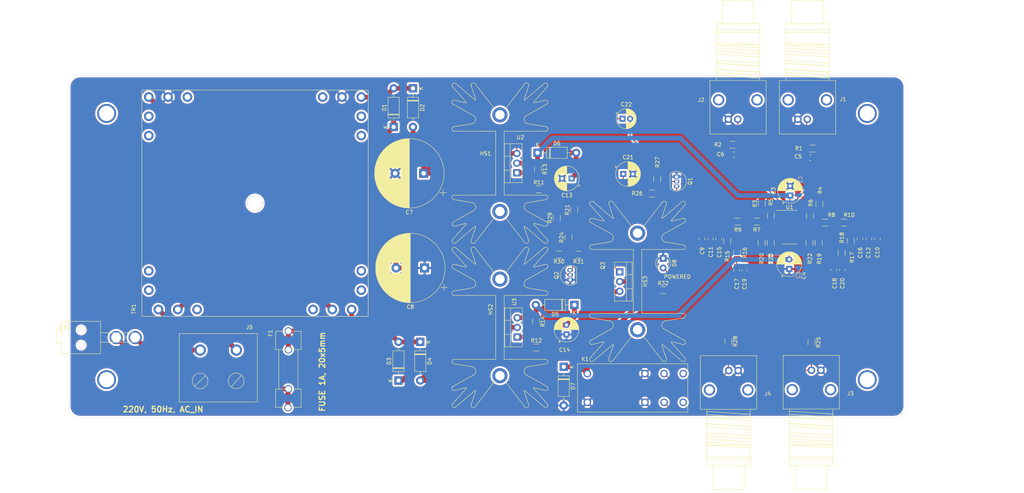
<source format=kicad_pcb>
(kicad_pcb (version 20171130) (host pcbnew "(5.1.12)-1")
  (layers (0 F.Cu signal) (31 B.Cu signal) (34 B.Paste user) (35 F.Paste user) (36 B.SilkS user) (37 F.SilkS user) (38 B.Mask user) (39 F.Mask user) (44 Edge.Cuts user))
  (net 0 "")
  (net 1 GND)
  (net 2 V+)
  (net 3 V-)
  (net 4 "Net-(C5-Pad1)")
  (net 5 "Net-(C6-Pad1)")
  (net 6 V+_RAW)
  (net 7 "Net-(C8-Pad2)")
  (net 8 "Net-(C11-Pad2)")
  (net 9 "Net-(C10-Pad2)")
  (net 10 "Net-(C13-Pad1)")
  (net 11 "Net-(C14-Pad2)")
  (net 12 "Net-(C17-Pad1)")
  (net 13 "Net-(C18-Pad1)")
  (net 14 "Net-(C21-Pad1)")
  (net 15 "Net-(C22-Pad2)")
  (net 16 "Net-(CB1-Pad2)")
  (net 17 "Net-(CB1-Pad1)")
  (net 18 "Net-(D1-Pad2)")
  (net 19 "Net-(D3-Pad2)")
  (net 20 "Net-(D7-Pad1)")
  (net 21 "Net-(D8-Pad2)")
  (net 22 "Net-(F1-Pad1)")
  (net 23 "Net-(J3-Pad1)")
  (net 24 "Net-(J4-Pad1)")
  (net 25 "Net-(K1-Pad8)")
  (net 26 "Net-(K1-Pad5)")
  (net 27 "Net-(Q1-Pad3)")
  (net 28 "Net-(Q1-Pad2)")
  (net 29 "Net-(Q2-Pad3)")
  (net 30 "Net-(Q3-Pad3)")
  (net 31 "Net-(Q3-Pad1)")
  (net 32 "Net-(R3-Pad1)")
  (net 33 "Net-(R4-Pad1)")
  (net 34 "Net-(R5-Pad2)")
  (net 35 "Net-(R6-Pad1)")
  (net 36 "Net-(R7-Pad2)")
  (net 37 "Net-(R10-Pad1)")
  (net 38 "Net-(R15-Pad2)")
  (net 39 "Net-(R17-Pad2)")
  (net 40 "Net-(R19-Pad2)")
  (net 41 "Net-(R20-Pad1)")
  (net 42 "Net-(R22-Pad2)")
  (net 43 "Net-(R23-Pad2)")
  (net 44 "Net-(TR1-Pad4)")
  (net 45 "Net-(J5-Pad1)")
  (module Resistor_SMD:R_1206_3216Metric_Pad1.30x1.75mm_HandSolder (layer F.Cu) (at 184.658 -53.102 270)
    (fp_text reference R5 (at -3.6162 0 90) (layer F.SilkS))
    (fp_text value 3.3k)
    (pad 2 smd roundrect (at 1.55 0 270) (size 1.3 1.75) (layers F.Cu F.Paste F.Mask) (roundrect_rratio 0.192308) (net 34 "Net-(R5-Pad2)"))
    (pad 1 smd roundrect (at -1.55 0 270) (size 1.3 1.75) (layers F.Cu F.Paste F.Mask) (roundrect_rratio 0.192308) (net 32 "Net-(R3-Pad1)"))
  )
  (module Package_SO:SOIC-14_3.9x8.7mm_P1.27mm (layer F.Cu) (at 189.582 -50.092)
    (fp_text reference U1 (at 0 -5.28) (layer F.SilkS))
    (fp_text value OPA1604)
    (pad 14 smd roundrect (at 2.475 -3.81) (size 1.95 0.6) (layers F.Cu F.Paste F.Mask) (net 35 "Net-(R6-Pad1)"))
    (pad 13 smd roundrect (at 2.475 -2.54) (size 1.95 0.6) (layers F.Cu F.Paste F.Mask) (net 33 "Net-(R4-Pad1)"))
    (pad 12 smd roundrect (at 2.475 -1.27) (size 1.95 0.6) (layers F.Cu F.Paste F.Mask) (net 4 "Net-(C5-Pad1)"))
    (pad 11 smd roundrect (at 2.475 0) (size 1.95 0.6) (layers F.Cu F.Paste F.Mask) (net 3 V-))
    (pad 10 smd roundrect (at 2.475 1.27) (size 1.95 0.6) (layers F.Cu F.Paste F.Mask) (net 9 "Net-(C10-Pad2)"))
    (pad 9 smd roundrect (at 2.475 2.54) (size 1.95 0.6) (layers F.Cu F.Paste F.Mask) (net 40 "Net-(R19-Pad2)"))
    (pad 8 smd roundrect (at 2.475 3.81) (size 1.95 0.6) (layers F.Cu F.Paste F.Mask) (net 42 "Net-(R22-Pad2)"))
    (pad 7 smd roundrect (at -2.475 3.81) (size 1.95 0.6) (layers F.Cu F.Paste F.Mask) (net 43 "Net-(R23-Pad2)"))
    (pad 6 smd roundrect (at -2.475 2.54) (size 1.95 0.6) (layers F.Cu F.Paste F.Mask) (net 41 "Net-(R20-Pad1)"))
    (pad 5 smd roundrect (at -2.475 1.27) (size 1.95 0.6) (layers F.Cu F.Paste F.Mask) (net 8 "Net-(C11-Pad2)"))
    (pad 4 smd roundrect (at -2.475 0) (size 1.95 0.6) (layers F.Cu F.Paste F.Mask) (net 2 V+))
    (pad 3 smd roundrect (at -2.475 -1.27) (size 1.95 0.6) (layers F.Cu F.Paste F.Mask) (net 5 "Net-(C6-Pad1)"))
    (pad 2 smd roundrect (at -2.475 -2.54) (size 1.95 0.6) (layers F.Cu F.Paste F.Mask) (net 32 "Net-(R3-Pad1)"))
    (pad 1 smd roundrect (at -2.475 -3.81) (size 1.95 0.6) (layers F.Cu F.Paste F.Mask) (net 34 "Net-(R5-Pad2)"))
  )
  (module Resistor_SMD:R_1206_3216Metric_Pad1.30x1.75mm_HandSolder (layer F.Cu) (at 175.9198 -51.562 180)
    (fp_text reference R9 (at -0.026 -2.159) (layer F.SilkS))
    (fp_text value 909)
    (pad 2 smd roundrect (at 1.55 0 180) (size 1.3 1.75) (layers F.Cu F.Paste F.Mask) (roundrect_rratio 0.192308) (net 8 "Net-(C11-Pad2)"))
    (pad 1 smd roundrect (at -1.55 0 180) (size 1.3 1.75) (layers F.Cu F.Paste F.Mask) (roundrect_rratio 0.192308) (net 36 "Net-(R7-Pad2)"))
  )
  (module Resistor_SMD:R_1206_3216Metric_Pad1.30x1.75mm_HandSolder (layer F.Cu) (at 173.1772 -46.508 270)
    (fp_text reference R15 (at 4.0646 -0.0508 90) (layer F.SilkS))
    (fp_text value 3.83k)
    (pad 2 smd roundrect (at 1.55 0 270) (size 1.3 1.75) (layers F.Cu F.Paste F.Mask) (roundrect_rratio 0.192308) (net 38 "Net-(R15-Pad2)"))
    (pad 1 smd roundrect (at -1.55 0 270) (size 1.3 1.75) (layers F.Cu F.Paste F.Mask) (roundrect_rratio 0.192308) (net 8 "Net-(C11-Pad2)"))
  )
  (module Resistor_SMD:R_1206_3216Metric_Pad1.30x1.75mm_HandSolder (layer F.Cu) (at 184.6072 -45.9988 270)
    (fp_text reference R23 (at 4.1998 -0.0284 90) (layer F.SilkS))
    (fp_text value 3.3k)
    (pad 2 smd roundrect (at 1.55 0 270) (size 1.3 1.75) (layers F.Cu F.Paste F.Mask) (roundrect_rratio 0.192308) (net 43 "Net-(R23-Pad2)"))
    (pad 1 smd roundrect (at -1.55 0 270) (size 1.3 1.75) (layers F.Cu F.Paste F.Mask) (roundrect_rratio 0.192308) (net 41 "Net-(R20-Pad1)"))
  )
  (module Resistor_SMD:R_1206_3216Metric_Pad1.30x1.75mm_HandSolder (layer F.Cu) (at 156.331 -33.529)
    (fp_text reference R32 (at 0 -1.82) (layer F.SilkS))
    (fp_text value 1k)
    (pad 2 smd roundrect (at 1.55 0) (size 1.3 1.75) (layers F.Cu F.Paste F.Mask) (roundrect_rratio 0.192308) (net 21 "Net-(D8-Pad2)"))
    (pad 1 smd roundrect (at -1.55 0) (size 1.3 1.75) (layers F.Cu F.Paste F.Mask) (roundrect_rratio 0.192308) (net 20 "Net-(D7-Pad1)"))
  )
  (module Resistor_SMD:R_1206_3216Metric_Pad1.30x1.75mm_HandSolder (layer F.Cu) (at 134.086 -42.8752 180)
    (fp_text reference R31 (at 0 -1.82) (layer F.SilkS))
    (fp_text value 4.7k)
    (pad 2 smd roundrect (at 1.55 0 180) (size 1.3 1.75) (layers F.Cu F.Paste F.Mask) (roundrect_rratio 0.192308) (net 29 "Net-(Q2-Pad3)"))
    (pad 1 smd roundrect (at -1.55 0 180) (size 1.3 1.75) (layers F.Cu F.Paste F.Mask) (roundrect_rratio 0.192308) (net 31 "Net-(Q3-Pad1)"))
  )
  (module Resistor_SMD:R_1206_3216Metric_Pad1.30x1.75mm_HandSolder (layer F.Cu) (at 128.9298 -42.9006 180)
    (fp_text reference R30 (at 0 -1.82) (layer F.SilkS))
    (fp_text value 47k)
    (pad 2 smd roundrect (at 1.55 0 180) (size 1.3 1.75) (layers F.Cu F.Paste F.Mask) (roundrect_rratio 0.192308) (net 1 GND))
    (pad 1 smd roundrect (at -1.55 0 180) (size 1.3 1.75) (layers F.Cu F.Paste F.Mask) (roundrect_rratio 0.192308) (net 27 "Net-(Q1-Pad3)"))
  )
  (module Resistor_SMD:R_1206_3216Metric_Pad1.30x1.75mm_HandSolder (layer F.Cu) (at 128.3716 -52.5432 90)
    (fp_text reference R29 (at 0 -1.82 90) (layer F.SilkS))
    (fp_text value 470)
    (pad 2 smd roundrect (at 1.55 0 90) (size 1.3 1.75) (layers F.Cu F.Paste F.Mask) (roundrect_rratio 0.192308) (net 6 V+_RAW))
    (pad 1 smd roundrect (at -1.55 0 90) (size 1.3 1.75) (layers F.Cu F.Paste F.Mask) (roundrect_rratio 0.192308) (net 30 "Net-(Q3-Pad3)"))
  )
  (module Resistor_SMD:R_1206_3216Metric_Pad1.30x1.75mm_HandSolder (layer F.Cu) (at 173.482 -20.066 270)
    (fp_text reference R28 (at 0 -1.82 90) (layer F.SilkS))
    (fp_text value 100)
    (pad 2 smd roundrect (at 1.55 0 270) (size 1.3 1.75) (layers F.Cu F.Paste F.Mask) (roundrect_rratio 0.192308) (net 24 "Net-(J4-Pad1)"))
    (pad 1 smd roundrect (at -1.55 0 270) (size 1.3 1.75) (layers F.Cu F.Paste F.Mask) (roundrect_rratio 0.192308) (net 43 "Net-(R23-Pad2)"))
  )
  (module Resistor_SMD:R_1206_3216Metric_Pad1.30x1.75mm_HandSolder (layer F.Cu) (at 154.781 -62.754 90)
    (fp_text reference R27 (at 4.429 0.0574 90) (layer F.SilkS))
    (fp_text value 10)
    (pad 2 smd roundrect (at 1.55 0 90) (size 1.3 1.75) (layers F.Cu F.Paste F.Mask) (roundrect_rratio 0.192308) (net 1 GND))
    (pad 1 smd roundrect (at -1.55 0 90) (size 1.3 1.75) (layers F.Cu F.Paste F.Mask) (roundrect_rratio 0.192308) (net 28 "Net-(Q1-Pad2)"))
  )
  (module Resistor_SMD:R_1206_3216Metric_Pad1.30x1.75mm_HandSolder (layer F.Cu) (at 153.4154 -58.928)
    (fp_text reference R26 (at -3.9364 -0.0508) (layer F.SilkS))
    (fp_text value 10k)
    (pad 2 smd roundrect (at 1.55 0) (size 1.3 1.75) (layers F.Cu F.Paste F.Mask) (roundrect_rratio 0.192308) (net 28 "Net-(Q1-Pad2)"))
    (pad 1 smd roundrect (at -1.55 0) (size 1.3 1.75) (layers F.Cu F.Paste F.Mask) (roundrect_rratio 0.192308) (net 15 "Net-(C22-Pad2)"))
  )
  (module Resistor_SMD:R_1206_3216Metric_Pad1.30x1.75mm_HandSolder (layer F.Cu) (at 195.326 -19.812 270)
    (fp_text reference R25 (at 0 -1.82 90) (layer F.SilkS))
    (fp_text value 100)
    (pad 2 smd roundrect (at 1.55 0 270) (size 1.3 1.75) (layers F.Cu F.Paste F.Mask) (roundrect_rratio 0.192308) (net 23 "Net-(J3-Pad1)"))
    (pad 1 smd roundrect (at -1.55 0 270) (size 1.3 1.75) (layers F.Cu F.Paste F.Mask) (roundrect_rratio 0.192308) (net 42 "Net-(R22-Pad2)"))
  )
  (module Resistor_SMD:R_1206_3216Metric_Pad1.30x1.75mm_HandSolder (layer F.Cu) (at 131.445 -47.4212 90)
    (fp_text reference R24 (at 0 -1.82 90) (layer F.SilkS))
    (fp_text value 4.7k)
    (pad 2 smd roundrect (at 1.55 0 90) (size 1.3 1.75) (layers F.Cu F.Paste F.Mask) (roundrect_rratio 0.192308) (net 14 "Net-(C21-Pad1)"))
    (pad 1 smd roundrect (at -1.55 0 90) (size 1.3 1.75) (layers F.Cu F.Paste F.Mask) (roundrect_rratio 0.192308) (net 27 "Net-(Q1-Pad3)"))
  )
  (module Resistor_SMD:R_1206_3216Metric_Pad1.30x1.75mm_HandSolder (layer F.Cu) (at 194.818 -45.99 270)
    (fp_text reference R22 (at 4.1562 -0.127 90) (layer F.SilkS))
    (fp_text value 3.3k)
    (pad 2 smd roundrect (at 1.55 0 270) (size 1.3 1.75) (layers F.Cu F.Paste F.Mask) (roundrect_rratio 0.192308) (net 42 "Net-(R22-Pad2)"))
    (pad 1 smd roundrect (at -1.55 0 270) (size 1.3 1.75) (layers F.Cu F.Paste F.Mask) (roundrect_rratio 0.192308) (net 40 "Net-(R19-Pad2)"))
  )
  (module Resistor_SMD:R_1206_3216Metric_Pad1.30x1.75mm_HandSolder (layer F.Cu) (at 132.956 -54.629 90)
    (fp_text reference R21 (at 0 -1.82 90) (layer F.SilkS))
    (fp_text value 200k)
    (pad 2 smd roundrect (at 1.55 0 90) (size 1.3 1.75) (layers F.Cu F.Paste F.Mask) (roundrect_rratio 0.192308) (net 6 V+_RAW))
    (pad 1 smd roundrect (at -1.55 0 90) (size 1.3 1.75) (layers F.Cu F.Paste F.Mask) (roundrect_rratio 0.192308) (net 14 "Net-(C21-Pad1)"))
  )
  (module Resistor_SMD:R_1206_3216Metric_Pad1.30x1.75mm_HandSolder (layer F.Cu) (at 182.2196 -45.9988 270)
    (fp_text reference R20 (at 4.149 0 90) (layer F.SilkS))
    (fp_text value 330)
    (pad 2 smd roundrect (at 1.55 0 270) (size 1.3 1.75) (layers F.Cu F.Paste F.Mask) (roundrect_rratio 0.192308) (net 1 GND))
    (pad 1 smd roundrect (at -1.55 0 270) (size 1.3 1.75) (layers F.Cu F.Paste F.Mask) (roundrect_rratio 0.192308) (net 41 "Net-(R20-Pad1)"))
  )
  (module Resistor_SMD:R_1206_3216Metric_Pad1.30x1.75mm_HandSolder (layer F.Cu) (at 197.231 -45.99 90)
    (fp_text reference R19 (at -4.2324 0.1524 90) (layer F.SilkS))
    (fp_text value 330)
    (pad 2 smd roundrect (at 1.55 0 90) (size 1.3 1.75) (layers F.Cu F.Paste F.Mask) (roundrect_rratio 0.192308) (net 40 "Net-(R19-Pad2)"))
    (pad 1 smd roundrect (at -1.55 0 90) (size 1.3 1.75) (layers F.Cu F.Paste F.Mask) (roundrect_rratio 0.192308) (net 1 GND))
  )
  (module Resistor_SMD:R_1206_3216Metric_Pad1.30x1.75mm_HandSolder (layer F.Cu) (at 203.2508 -43.3838 270)
    (fp_text reference R18 (at -3.9364 -0.0762 90) (layer F.SilkS))
    (fp_text value 100)
    (pad 2 smd roundrect (at 1.55 0 270) (size 1.3 1.75) (layers F.Cu F.Paste F.Mask) (roundrect_rratio 0.192308) (net 13 "Net-(C18-Pad1)"))
    (pad 1 smd roundrect (at -1.55 0 270) (size 1.3 1.75) (layers F.Cu F.Paste F.Mask) (roundrect_rratio 0.192308) (net 39 "Net-(R17-Pad2)"))
  )
  (module Resistor_SMD:R_1206_3216Metric_Pad1.30x1.75mm_HandSolder (layer F.Cu) (at 205.6892 -46.508 270)
    (fp_text reference R17 (at 4.3694 -0.3048 90) (layer F.SilkS))
    (fp_text value 3.83k)
    (pad 2 smd roundrect (at 1.55 0 270) (size 1.3 1.75) (layers F.Cu F.Paste F.Mask) (roundrect_rratio 0.192308) (net 39 "Net-(R17-Pad2)"))
    (pad 1 smd roundrect (at -1.55 0 270) (size 1.3 1.75) (layers F.Cu F.Paste F.Mask) (roundrect_rratio 0.192308) (net 9 "Net-(C10-Pad2)"))
  )
  (module Resistor_SMD:R_1206_3216Metric_Pad1.30x1.75mm_HandSolder (layer F.Cu) (at 175.768 -43.408 270)
    (fp_text reference R16 (at 0.0248 -2.032 90) (layer F.SilkS))
    (fp_text value 100)
    (pad 2 smd roundrect (at 1.55 0 270) (size 1.3 1.75) (layers F.Cu F.Paste F.Mask) (roundrect_rratio 0.192308) (net 12 "Net-(C17-Pad1)"))
    (pad 1 smd roundrect (at -1.55 0 270) (size 1.3 1.75) (layers F.Cu F.Paste F.Mask) (roundrect_rratio 0.192308) (net 38 "Net-(R15-Pad2)"))
  )
  (module Resistor_SMD:R_1206_3216Metric_Pad1.30x1.75mm_HandSolder (layer F.Cu) (at 122.906 -25.304 270)
    (fp_text reference R14 (at 0 -1.82 90) (layer F.SilkS))
    (fp_text value 470)
    (pad 2 smd roundrect (at 1.55 0 270) (size 1.3 1.75) (layers F.Cu F.Paste F.Mask) (roundrect_rratio 0.192308) (net 11 "Net-(C14-Pad2)"))
    (pad 1 smd roundrect (at -1.55 0 270) (size 1.3 1.75) (layers F.Cu F.Paste F.Mask) (roundrect_rratio 0.192308) (net 3 V-))
  )
  (module Resistor_SMD:R_1206_3216Metric_Pad1.30x1.75mm_HandSolder (layer F.Cu) (at 123.406 -65.304 270)
    (fp_text reference R13 (at 0 -1.82 90) (layer F.SilkS))
    (fp_text value 470)
    (pad 2 smd roundrect (at 1.55 0 270) (size 1.3 1.75) (layers F.Cu F.Paste F.Mask) (roundrect_rratio 0.192308) (net 10 "Net-(C13-Pad1)"))
    (pad 1 smd roundrect (at -1.55 0 270) (size 1.3 1.75) (layers F.Cu F.Paste F.Mask) (roundrect_rratio 0.192308) (net 2 V+))
  )
  (module Resistor_SMD:R_1206_3216Metric_Pad1.30x1.75mm_HandSolder (layer F.Cu) (at 122.9874 -18.4658)
    (fp_text reference R12 (at 0 -1.82) (layer F.SilkS))
    (fp_text value 4.7k)
    (pad 2 smd roundrect (at 1.55 0) (size 1.3 1.75) (layers F.Cu F.Paste F.Mask) (roundrect_rratio 0.192308) (net 11 "Net-(C14-Pad2)"))
    (pad 1 smd roundrect (at -1.55 0) (size 1.3 1.75) (layers F.Cu F.Paste F.Mask) (roundrect_rratio 0.192308) (net 1 GND))
  )
  (module Resistor_SMD:R_1206_3216Metric_Pad1.30x1.75mm_HandSolder (layer F.Cu) (at 123.6478 -60.0456)
    (fp_text reference R11 (at 0 -1.82) (layer F.SilkS))
    (fp_text value 4.7k)
    (pad 2 smd roundrect (at 1.55 0) (size 1.3 1.75) (layers F.Cu F.Paste F.Mask) (roundrect_rratio 0.192308) (net 1 GND))
    (pad 1 smd roundrect (at -1.55 0) (size 1.3 1.75) (layers F.Cu F.Paste F.Mask) (roundrect_rratio 0.192308) (net 10 "Net-(C13-Pad1)"))
  )
  (module Resistor_SMD:R_1206_3216Metric_Pad1.30x1.75mm_HandSolder (layer F.Cu) (at 203.9106 -51.2826)
    (fp_text reference R10 (at 1.3468 -2.032) (layer F.SilkS))
    (fp_text value 909)
    (pad 2 smd roundrect (at 1.55 0) (size 1.3 1.75) (layers F.Cu F.Paste F.Mask) (roundrect_rratio 0.192308) (net 9 "Net-(C10-Pad2)"))
    (pad 1 smd roundrect (at -1.55 0) (size 1.3 1.75) (layers F.Cu F.Paste F.Mask) (roundrect_rratio 0.192308) (net 37 "Net-(R10-Pad1)"))
  )
  (module Resistor_SMD:R_1206_3216Metric_Pad1.30x1.75mm_HandSolder (layer F.Cu) (at 198.8814 -51.2826)
    (fp_text reference R8 (at 1.7024 -2.032) (layer F.SilkS))
    (fp_text value 26.1k)
    (pad 2 smd roundrect (at 1.55 0) (size 1.3 1.75) (layers F.Cu F.Paste F.Mask) (roundrect_rratio 0.192308) (net 37 "Net-(R10-Pad1)"))
    (pad 1 smd roundrect (at -1.55 0) (size 1.3 1.75) (layers F.Cu F.Paste F.Mask) (roundrect_rratio 0.192308) (net 35 "Net-(R6-Pad1)"))
  )
  (module Resistor_SMD:R_1206_3216Metric_Pad1.30x1.75mm_HandSolder (layer F.Cu) (at 180.9744 -51.562 180)
    (fp_text reference R7 (at 0.0248 -2.159) (layer F.SilkS))
    (fp_text value 26.1k)
    (pad 2 smd roundrect (at 1.55 0 180) (size 1.3 1.75) (layers F.Cu F.Paste F.Mask) (roundrect_rratio 0.192308) (net 36 "Net-(R7-Pad2)"))
    (pad 1 smd roundrect (at -1.55 0 180) (size 1.3 1.75) (layers F.Cu F.Paste F.Mask) (roundrect_rratio 0.192308) (net 34 "Net-(R5-Pad2)"))
  )
  (module Resistor_SMD:R_1206_3216Metric_Pad1.30x1.75mm_HandSolder (layer F.Cu) (at 194.922 -53.07 90)
    (fp_text reference R6 (at 3.3942 0.1754 90) (layer F.SilkS))
    (fp_text value 3.3k)
    (pad 2 smd roundrect (at 1.55 0 90) (size 1.3 1.75) (layers F.Cu F.Paste F.Mask) (roundrect_rratio 0.192308) (net 33 "Net-(R4-Pad1)"))
    (pad 1 smd roundrect (at -1.55 0 90) (size 1.3 1.75) (layers F.Cu F.Paste F.Mask) (roundrect_rratio 0.192308) (net 35 "Net-(R6-Pad1)"))
  )
  (module Resistor_SMD:R_1206_3216Metric_Pad1.30x1.75mm_HandSolder (layer F.Cu) (at 197.4088 -56.1854 90)
    (fp_text reference R4 (at 3.6062 0.2032 90) (layer F.SilkS))
    (fp_text value 330)
    (pad 2 smd roundrect (at 1.55 0 90) (size 1.3 1.75) (layers F.Cu F.Paste F.Mask) (roundrect_rratio 0.192308) (net 1 GND))
    (pad 1 smd roundrect (at -1.55 0 90) (size 1.3 1.75) (layers F.Cu F.Paste F.Mask) (roundrect_rratio 0.192308) (net 33 "Net-(R4-Pad1)"))
  )
  (module Resistor_SMD:R_1206_3216Metric_Pad1.30x1.75mm_HandSolder (layer F.Cu) (at 182.2704 -56.2858 90)
    (fp_text reference R3 (at 0 -1.82 90) (layer F.SilkS))
    (fp_text value 330)
    (pad 2 smd roundrect (at 1.55 0 90) (size 1.3 1.75) (layers F.Cu F.Paste F.Mask) (roundrect_rratio 0.192308) (net 1 GND))
    (pad 1 smd roundrect (at -1.55 0 90) (size 1.3 1.75) (layers F.Cu F.Paste F.Mask) (roundrect_rratio 0.192308) (net 32 "Net-(R3-Pad1)"))
  )
  (module Resistor_SMD:R_1206_3216Metric_Pad1.30x1.75mm_HandSolder (layer F.Cu) (at 174.5482 -71.742 180)
    (fp_text reference R2 (at 3.8408 0.0384) (layer F.SilkS))
    (fp_text value 47k)
    (pad 2 smd roundrect (at 1.55 0 180) (size 1.3 1.75) (layers F.Cu F.Paste F.Mask) (roundrect_rratio 0.192308) (net 1 GND))
    (pad 1 smd roundrect (at -1.55 0 180) (size 1.3 1.75) (layers F.Cu F.Paste F.Mask) (roundrect_rratio 0.192308) (net 5 "Net-(C6-Pad1)"))
  )
  (module Resistor_SMD:R_1206_3216Metric_Pad1.30x1.75mm_HandSolder (layer F.Cu) (at 195.6048 -70.7644)
    (fp_text reference R1 (at -3.6316 -0.0508) (layer F.SilkS))
    (fp_text value 47k)
    (pad 2 smd roundrect (at 1.55 0) (size 1.3 1.75) (layers F.Cu F.Paste F.Mask) (roundrect_rratio 0.192308) (net 1 GND))
    (pad 1 smd roundrect (at -1.55 0) (size 1.3 1.75) (layers F.Cu F.Paste F.Mask) (roundrect_rratio 0.192308) (net 4 "Net-(C5-Pad1)"))
  )
  (module Relay_THT:JQX-115F-2ZS4 (layer F.Cu) (at 136.406 -11.604)
    (fp_text reference K1 (at -0.6 -3.8) (layer F.SilkS))
    (fp_text value RELAY_DPDT)
    (pad 8 thru_hole circle (at 25.2 7.56) (size 2 2) (drill 1.3) (layers *.Cu *.Mask) (net 25 "Net-(K1-Pad8)"))
    (pad 5 thru_hole circle (at 25.2 0) (size 2 2) (drill 1.3) (layers *.Cu *.Mask) (net 26 "Net-(K1-Pad5)"))
    (pad 6 thru_hole circle (at 15.12 7.56) (size 2 2) (drill 1.3) (layers *.Cu *.Mask) (net 1 GND))
    (pad 3 thru_hole circle (at 15.12 0) (size 2 2) (drill 1.3) (layers *.Cu *.Mask) (net 1 GND))
    (pad 7 thru_hole circle (at 20.16 7.56) (size 2 2) (drill 1.3) (layers *.Cu *.Mask) (net 23 "Net-(J3-Pad1)"))
    (pad 4 thru_hole circle (at 20.16 0) (size 2 2) (drill 1.3) (layers *.Cu *.Mask) (net 24 "Net-(J4-Pad1)"))
    (pad 2 thru_hole circle (at 0 7.56) (size 2 2) (drill 1.3) (layers *.Cu *.Mask) (net 1 GND))
    (pad 1 thru_hole circle (at 0 0) (size 2 2) (drill 1.3) (layers *.Cu *.Mask) (net 20 "Net-(D7-Pad1)"))
  )
  (module Capacitor_THT:CP_Radial_D18.0mm_P7.50mm (layer F.Cu) (at 93.606 -39.37 180)
    (fp_text reference C8 (at 3.75 -10.25 180) (layer F.SilkS))
    (fp_text value 3300uF,35V)
    (pad 2 thru_hole circle (at 7.5 0 180) (size 2.4 2.4) (drill 1.2) (layers *.Cu *.Mask) (net 7 "Net-(C8-Pad2)"))
    (pad 1 thru_hole rect (at 0 0 180) (size 2.4 2.4) (drill 1.2) (layers *.Cu *.Mask) (net 1 GND))
  )
  (module Connector:HB-9500 (layer F.Cu) (at 39.37 -17.78 180)
    (fp_text reference J5 (at -8.2 6) (layer F.SilkS))
    (fp_text value Conn_01x02_Female)
    (pad 2 thru_hole circle (at 4.75 0 180) (size 3 3) (drill 1.9) (layers *.Cu *.Mask) (net 16 "Net-(CB1-Pad2)"))
    (pad 1 thru_hole circle (at -4.75 0 180) (size 3 3) (drill 1.9) (layers *.Cu *.Mask) (net 45 "Net-(J5-Pad1)"))
  )
  (module Transformer_THT:YHDC_2P2S (layer F.Cu) (at 49.022 -56.388 90)
    (fp_text reference TR1 (at -27.8 -31.9 90) (layer F.SilkS))
    (fp_text value YHDC_2P2S)
    (pad "" thru_hole circle (at 0 0 90) (size 4.1 4.1) (drill 4.1) (layers *.Mask F.Cu))
    (pad 8 thru_hole circle (at -17.78 27.94 90) (size 2.54 2.54) (drill 1.5) (layers *.Cu *.Mask))
    (pad 7 thru_hole circle (at -22.86 27.94 90) (size 2.54 2.54) (drill 1.5) (layers *.Cu *.Mask))
    (pad 6 thru_hole circle (at -27.94 25.4 90) (size 2.54 2.54) (drill 1.5) (layers *.Cu *.Mask) (net 22 "Net-(F1-Pad1)"))
    (pad 5 thru_hole circle (at -27.94 20.32 90) (size 2.54 2.54) (drill 1.5) (layers *.Cu *.Mask) (net 44 "Net-(TR1-Pad4)"))
    (pad 20 thru_hole circle (at -27.94 15.24 90) (size 2.54 2.54) (drill 1.5) (layers *.Cu *.Mask))
    (pad 1 thru_hole circle (at -17.78 -27.94 90) (size 2.54 2.54) (drill 1.5) (layers *.Cu *.Mask))
    (pad 2 thru_hole circle (at -22.86 -27.94 90) (size 2.54 2.54) (drill 1.5) (layers *.Cu *.Mask))
    (pad 3 thru_hole circle (at -27.94 -25.4 90) (size 2.54 2.54) (drill 1.5) (layers *.Cu *.Mask) (net 45 "Net-(J5-Pad1)"))
    (pad 4 thru_hole circle (at -27.94 -20.32 90) (size 2.54 2.54) (drill 1.5) (layers *.Cu *.Mask) (net 44 "Net-(TR1-Pad4)"))
    (pad 19 thru_hole circle (at -27.94 -15.24 90) (size 2.54 2.54) (drill 1.5) (layers *.Cu *.Mask))
    (pad 16 thru_hole circle (at 17.78 -27.94 90) (size 2.54 2.54) (drill 1.5) (layers *.Cu *.Mask))
    (pad 15 thru_hole circle (at 22.86 -27.94 90) (size 2.54 2.54) (drill 1.5) (layers *.Cu *.Mask))
    (pad 14 thru_hole circle (at 27.94 -27.94 90) (size 2.54 2.54) (drill 1.5) (layers *.Cu *.Mask) (net 19 "Net-(D3-Pad2)"))
    (pad 13 thru_hole circle (at 27.94 -22.86 90) (size 2.54 2.54) (drill 1.5) (layers *.Cu *.Mask) (net 1 GND))
    (pad 18 thru_hole circle (at 27.94 -17.78 90) (size 2.54 2.54) (drill 1.5) (layers *.Cu *.Mask))
    (pad 17 thru_hole circle (at 27.94 17.78 90) (size 2.54 2.54) (drill 1.5) (layers *.Cu *.Mask))
    (pad 12 thru_hole circle (at 27.94 22.86 90) (size 2.54 2.54) (drill 1.5) (layers *.Cu *.Mask) (net 1 GND))
    (pad 11 thru_hole circle (at 27.94 27.94 90) (size 2.54 2.54) (drill 1.5) (layers *.Cu *.Mask) (net 18 "Net-(D1-Pad2)"))
    (pad 10 thru_hole circle (at 22.86 27.94 90) (size 2.54 2.54) (drill 1.5) (layers *.Cu *.Mask))
    (pad 9 thru_hole circle (at 17.78 27.94 90) (size 2.54 2.54) (drill 1.5) (layers *.Cu *.Mask))
  )
  (module Heatsink:Heatsink_Fischer_SK129-STS_42x25mm_2xDrill2.5mm (layer F.Cu) (at 149.606 -35.829 270)
    (fp_text reference HS3 (at 0 -2 270) (layer F.SilkS))
    (fp_text value Heatsink)
    (pad 1 thru_hole circle (at -12.7 0 90) (size 4 4) (drill 2.5) (layers *.Cu *.Mask))
    (pad 1 thru_hole circle (at 12.7 0 270) (size 4 4) (drill 2.5) (layers *.Cu *.Mask))
  )
  (module Heatsink:Heatsink_Fischer_SK129-STS_42x25mm_2xDrill2.5mm (layer F.Cu) (at 113.411 -23.749 90)
    (fp_text reference HS2 (at 4.7244 -2.4384 90) (layer F.SilkS))
    (fp_text value Heatsink)
    (pad 1 thru_hole circle (at -12.7 0 270) (size 4 4) (drill 2.5) (layers *.Cu *.Mask))
    (pad 1 thru_hole circle (at 12.7 0 90) (size 4 4) (drill 2.5) (layers *.Cu *.Mask))
  )
  (module Heatsink:Heatsink_Fischer_SK129-STS_42x25mm_2xDrill2.5mm (layer F.Cu) (at 113.411 -66.929 90)
    (fp_text reference HS1 (at 2.54 -3.81 180) (layer F.SilkS))
    (fp_text value Heatsink)
    (pad 1 thru_hole circle (at -12.7 0 270) (size 4 4) (drill 2.5) (layers *.Cu *.Mask))
    (pad 1 thru_hole circle (at 12.7 0 90) (size 4 4) (drill 2.5) (layers *.Cu *.Mask))
  )
  (module Package_TO_SOT_THT:TO-220-3_Vertical (layer F.Cu) (at 117.956 -21.209 90)
    (fp_text reference U3 (at 9.2456 -0.7604 90) (layer F.SilkS))
    (fp_text value LM337_TO220)
    (pad 3 thru_hole oval (at 5.08 0 90) (size 1.905 2) (drill 1.1) (layers *.Cu *.Mask) (net 3 V-))
    (pad 2 thru_hole oval (at 2.54 0 90) (size 1.905 2) (drill 1.1) (layers *.Cu *.Mask) (net 7 "Net-(C8-Pad2)"))
    (pad 1 thru_hole rect (at 0 0 90) (size 1.905 2) (drill 1.1) (layers *.Cu *.Mask) (net 11 "Net-(C14-Pad2)"))
  )
  (module Package_TO_SOT_THT:TO-220-3_Vertical (layer F.Cu) (at 117.856 -64.389 90)
    (fp_text reference U2 (at 9.315 0.95 180) (layer F.SilkS))
    (fp_text value LM317_TO-220)
    (pad 3 thru_hole oval (at 5.08 0 90) (size 1.905 2) (drill 1.1) (layers *.Cu *.Mask) (net 6 V+_RAW))
    (pad 2 thru_hole oval (at 2.54 0 90) (size 1.905 2) (drill 1.1) (layers *.Cu *.Mask) (net 2 V+))
    (pad 1 thru_hole rect (at 0 0 90) (size 1.905 2) (drill 1.1) (layers *.Cu *.Mask) (net 10 "Net-(C13-Pad1)"))
  )
  (module Package_TO_SOT_THT:TO-220-3_Vertical (layer F.Cu) (at 144.906 -38.329 270)
    (fp_text reference Q3 (at -1.65 4.45 270) (layer F.SilkS))
    (fp_text value TIP42C)
    (pad 3 thru_hole oval (at 5.08 0 270) (size 1.905 2) (drill 1.1) (layers *.Cu *.Mask) (net 30 "Net-(Q3-Pad3)"))
    (pad 2 thru_hole oval (at 2.54 0 270) (size 1.905 2) (drill 1.1) (layers *.Cu *.Mask) (net 20 "Net-(D7-Pad1)"))
    (pad 1 thru_hole rect (at 0 0 270) (size 1.905 2) (drill 1.1) (layers *.Cu *.Mask) (net 31 "Net-(Q3-Pad1)"))
  )
  (module Package_TO_SOT_THT:TO-92L_Inline (layer F.Cu) (at 131.881 -36.254 90)
    (fp_text reference Q2 (at 1.19 -3.56 90) (layer F.SilkS))
    (fp_text value Q_NPN_EBC)
    (pad 1 thru_hole rect (at 0 0 90) (size 1.05 1.5) (drill 0.75) (layers *.Cu *.Mask) (net 1 GND))
    (pad 3 thru_hole oval (at 2.54 0 90) (size 1.05 1.5) (drill 0.75) (layers *.Cu *.Mask) (net 29 "Net-(Q2-Pad3)"))
    (pad 2 thru_hole oval (at 1.27 0 90) (size 1.05 1.5) (drill 0.75) (layers *.Cu *.Mask) (net 27 "Net-(Q1-Pad3)"))
  )
  (module Package_TO_SOT_THT:TO-92L_Inline (layer F.Cu) (at 159.856 -63.379 270)
    (fp_text reference Q1 (at 1.19 -3.56 270) (layer F.SilkS))
    (fp_text value Q_NPN_EBC)
    (pad 1 thru_hole rect (at 0 0 270) (size 1.05 1.5) (drill 0.75) (layers *.Cu *.Mask) (net 1 GND))
    (pad 3 thru_hole oval (at 2.54 0 270) (size 1.05 1.5) (drill 0.75) (layers *.Cu *.Mask) (net 27 "Net-(Q1-Pad3)"))
    (pad 2 thru_hole oval (at 1.27 0 270) (size 1.05 1.5) (drill 0.75) (layers *.Cu *.Mask) (net 28 "Net-(Q1-Pad2)"))
  )
  (module Connector_Audio:RCA_Aucharm (layer F.Cu) (at 180.91 -7.3 180)
    (fp_text reference J4 (at -2.9 -1 180) (layer F.SilkS))
    (fp_text value RCA_LOUT)
    (pad "" thru_hole circle (at 12.4 0 180) (size 3 3) (drill 2.05) (layers *.Cu *.Mask))
    (pad "" thru_hole circle (at 2.3 0 180) (size 3 3) (drill 2.05) (layers *.Cu *.Mask))
    (pad 2 thru_hole circle (at 4.85 5.1 180) (size 2 2) (drill 1.15) (layers *.Cu *.Mask) (net 1 GND))
    (pad 1 thru_hole circle (at 7.35 5.1 180) (size 2 2) (drill 1.15) (layers *.Cu *.Mask) (net 24 "Net-(J4-Pad1)"))
  )
  (module Connector_Audio:RCA_Aucharm (layer F.Cu) (at 202.66 -7.375 180)
    (fp_text reference J3 (at -2.9 -1 180) (layer F.SilkS))
    (fp_text value RCA_ROUT)
    (pad "" thru_hole circle (at 12.4 0 180) (size 3 3) (drill 2.05) (layers *.Cu *.Mask))
    (pad "" thru_hole circle (at 2.3 0 180) (size 3 3) (drill 2.05) (layers *.Cu *.Mask))
    (pad 2 thru_hole circle (at 4.85 5.1 180) (size 2 2) (drill 1.15) (layers *.Cu *.Mask) (net 1 GND))
    (pad 1 thru_hole circle (at 7.35 5.1 180) (size 2 2) (drill 1.15) (layers *.Cu *.Mask) (net 23 "Net-(J3-Pad1)"))
  )
  (module Connector_Audio:RCA_Aucharm (layer F.Cu) (at 168.611 -83.567)
    (fp_text reference J2 (at -2.2918 0.001) (layer F.SilkS))
    (fp_text value RCA_LIN)
    (pad "" thru_hole circle (at 12.4 0) (size 3 3) (drill 2.05) (layers *.Cu *.Mask))
    (pad "" thru_hole circle (at 2.3 0) (size 3 3) (drill 2.05) (layers *.Cu *.Mask))
    (pad 2 thru_hole circle (at 4.85 5.1) (size 2 2) (drill 1.15) (layers *.Cu *.Mask) (net 1 GND))
    (pad 1 thru_hole circle (at 7.35 5.1) (size 2 2) (drill 1.15) (layers *.Cu *.Mask) (net 5 "Net-(C6-Pad1)"))
  )
  (module Connector_Audio:RCA_Aucharm (layer F.Cu) (at 186.886 -83.567)
    (fp_text reference J1 (at 16.7458 -0.1768) (layer F.SilkS))
    (fp_text value RCA_RIN)
    (pad "" thru_hole circle (at 12.4 0) (size 3 3) (drill 2.05) (layers *.Cu *.Mask))
    (pad "" thru_hole circle (at 2.3 0) (size 3 3) (drill 2.05) (layers *.Cu *.Mask))
    (pad 2 thru_hole circle (at 4.85 5.1) (size 2 2) (drill 1.15) (layers *.Cu *.Mask) (net 1 GND))
    (pad 1 thru_hole circle (at 7.35 5.1) (size 2 2) (drill 1.15) (layers *.Cu *.Mask) (net 4 "Net-(C5-Pad1)"))
  )
  (module Fuse:FUSE_HOLDER_520 (layer F.Cu) (at 57.785 -20.32 270)
    (fp_text reference F1 (at -1.9 4.7 90) (layer F.SilkS))
    (fp_text value Fuse)
    (pad 2 thru_hole circle (at 17.65 0.1 270) (size 2 2) (drill 1.5) (layers *.Cu *.Mask) (net 17 "Net-(CB1-Pad1)"))
    (pad 2 thru_hole circle (at 12.75 0 270) (size 2 2) (drill 1.5) (layers *.Cu *.Mask) (net 17 "Net-(CB1-Pad1)"))
    (pad 1 thru_hole circle (at 2.45 0 270) (size 2 2) (drill 1.5) (layers *.Cu *.Mask) (net 22 "Net-(F1-Pad1)"))
    (pad 1 thru_hole circle (at -2.45 0 270) (size 2 2) (drill 1.5) (layers *.Cu *.Mask) (net 22 "Net-(F1-Pad1)"))
  )
  (module LED_THT:LED_D3.0mm_FlatTop (layer F.Cu) (at 156.331 -41.904 270)
    (fp_text reference D8 (at 1.27 -2.96 270) (layer F.SilkS))
    (fp_text value LED)
    (pad 2 thru_hole circle (at 2.54 0 270) (size 1.8 1.8) (drill 0.9) (layers *.Cu *.Mask) (net 21 "Net-(D8-Pad2)"))
    (pad 1 thru_hole rect (at 0 0 270) (size 1.8 1.8) (drill 0.9) (layers *.Cu *.Mask) (net 1 GND))
  )
  (module Diode_THT:D_DO-41_SOD81_P10.16mm_Horizontal (layer F.Cu) (at 130.181 -13.379 270)
    (fp_text reference D7 (at 5.08 -2.47 270) (layer F.SilkS))
    (fp_text value 1N4007)
    (fp_text user K (at 0 -2.1 270) (layer F.SilkS))
    (pad 2 thru_hole oval (at 10.16 0 270) (size 2.2 2.2) (drill 1.1) (layers *.Cu *.Mask) (net 1 GND))
    (pad 1 thru_hole rect (at 0 0 270) (size 2.2 2.2) (drill 1.1) (layers *.Cu *.Mask) (net 20 "Net-(D7-Pad1)"))
  )
  (module Diode_THT:D_DO-41_SOD81_P10.16mm_Horizontal (layer F.Cu) (at 123.306 -69.654)
    (fp_text reference D6 (at 5.08 -2.47) (layer F.SilkS))
    (fp_text value 1N4007)
    (fp_text user K (at 0 -2.1) (layer F.SilkS))
    (pad 2 thru_hole oval (at 10.16 0) (size 2.2 2.2) (drill 1.1) (layers *.Cu *.Mask) (net 10 "Net-(C13-Pad1)"))
    (pad 1 thru_hole rect (at 0 0) (size 2.2 2.2) (drill 1.1) (layers *.Cu *.Mask) (net 2 V+))
  )
  (module Diode_THT:D_DO-41_SOD81_P10.16mm_Horizontal (layer F.Cu) (at 133.006 -29.654 180)
    (fp_text reference D5 (at 5.08 -2.47 180) (layer F.SilkS))
    (fp_text value 1N4007)
    (fp_text user K (at 0 -2.1 180) (layer F.SilkS))
    (pad 2 thru_hole oval (at 10.16 0 180) (size 2.2 2.2) (drill 1.1) (layers *.Cu *.Mask) (net 3 V-))
    (pad 1 thru_hole rect (at 0 0 180) (size 2.2 2.2) (drill 1.1) (layers *.Cu *.Mask) (net 11 "Net-(C14-Pad2)"))
  )
  (module Diode_THT:D_DO-41_SOD81_P10.16mm_Horizontal (layer F.Cu) (at 92.456 -19.939 270)
    (fp_text reference D4 (at 5.08 -2.47 270) (layer F.SilkS))
    (fp_text value 1N4007)
    (fp_text user K (at 0 -2.1 270) (layer F.SilkS))
    (pad 2 thru_hole oval (at 10.16 0 270) (size 2.2 2.2) (drill 1.1) (layers *.Cu *.Mask) (net 7 "Net-(C8-Pad2)"))
    (pad 1 thru_hole rect (at 0 0 270) (size 2.2 2.2) (drill 1.1) (layers *.Cu *.Mask) (net 19 "Net-(D3-Pad2)"))
  )
  (module Diode_THT:D_DO-41_SOD81_P10.16mm_Horizontal (layer F.Cu) (at 86.741 -9.779 90)
    (fp_text reference D3 (at 5.08 -2.47 -90) (layer F.SilkS))
    (fp_text value 1N4007)
    (fp_text user K (at 0 -2.1 -90) (layer F.SilkS))
    (pad 2 thru_hole oval (at 10.16 0 90) (size 2.2 2.2) (drill 1.1) (layers *.Cu *.Mask) (net 19 "Net-(D3-Pad2)"))
    (pad 1 thru_hole rect (at 0 0 90) (size 2.2 2.2) (drill 1.1) (layers *.Cu *.Mask) (net 6 V+_RAW))
  )
  (module Diode_THT:D_DO-41_SOD81_P10.16mm_Horizontal (layer F.Cu) (at 90.551 -86.614 270)
    (fp_text reference D2 (at 5.08 -2.47 270) (layer F.SilkS))
    (fp_text value 1N4007)
    (fp_text user K (at 0 -2.1 270) (layer F.SilkS))
    (pad 2 thru_hole oval (at 10.16 0 270) (size 2.2 2.2) (drill 1.1) (layers *.Cu *.Mask) (net 7 "Net-(C8-Pad2)"))
    (pad 1 thru_hole rect (at 0 0 270) (size 2.2 2.2) (drill 1.1) (layers *.Cu *.Mask) (net 18 "Net-(D1-Pad2)"))
  )
  (module Diode_THT:D_DO-41_SOD81_P10.16mm_Horizontal (layer F.Cu) (at 85.471 -76.454 90)
    (fp_text reference D1 (at 5.08 -2.47 -90) (layer F.SilkS))
    (fp_text value 1N4007)
    (fp_text user K (at 0 -2.1 -90) (layer F.SilkS))
    (pad 2 thru_hole oval (at 10.16 0 90) (size 2.2 2.2) (drill 1.1) (layers *.Cu *.Mask) (net 18 "Net-(D1-Pad2)"))
    (pad 1 thru_hole rect (at 0 0 90) (size 2.2 2.2) (drill 1.1) (layers *.Cu *.Mask) (net 6 V+_RAW))
  )
  (module Button_Switch_THT:STB_Button_Switch (layer F.Cu) (at 3.302 -21.082)
    (fp_text reference CB1 (at -4.2 -2.7) (layer F.SilkS))
    (fp_text value CircuitBreaker_1P)
    (pad 2 thru_hole circle (at 14.2 0) (size 3.5 3.5) (drill 2.6) (layers *.Cu *.Mask) (net 16 "Net-(CB1-Pad2)"))
    (pad "" thru_hole circle (at 0 -2) (size 1.9 1.9) (drill 1.9) (layers *.Cu *.Mask))
    (pad "" thru_hole circle (at 0 2) (size 1.9 1.9) (drill 1.9) (layers *.Cu *.Mask))
    (pad 1 thru_hole circle (at 9.2 0) (size 3.5 3.5) (drill 2.6) (layers *.Cu *.Mask) (net 17 "Net-(CB1-Pad1)"))
  )
  (module Capacitor_THT:CP_Radial_D5.0mm_P2.00mm (layer F.Cu) (at 145.6436 -78.613)
    (fp_text reference C22 (at 1 -3.75) (layer F.SilkS))
    (fp_text value 15uF)
    (pad 2 thru_hole circle (at 2 0) (size 1.6 1.6) (drill 0.8) (layers *.Cu *.Mask) (net 15 "Net-(C22-Pad2)"))
    (pad 1 thru_hole rect (at 0 0) (size 1.6 1.6) (drill 0.8) (layers *.Cu *.Mask) (net 6 V+_RAW))
  )
  (module Capacitor_THT:CP_Radial_D6.3mm_P2.50mm (layer F.Cu) (at 145.8468 -64.0842)
    (fp_text reference C21 (at 1.25 -4.4) (layer F.SilkS))
    (fp_text value "47uF, 50V")
    (pad 2 thru_hole circle (at 2.5 0) (size 1.6 1.6) (drill 0.8) (layers *.Cu *.Mask) (net 1 GND))
    (pad 1 thru_hole rect (at 0 0) (size 1.6 1.6) (drill 0.8) (layers *.Cu *.Mask) (net 14 "Net-(C21-Pad1)"))
  )
  (module Capacitor_SMD:C_0805_2012Metric_Pad1.18x1.45mm_HandSolder (layer F.Cu) (at 203.454 -38.862 270)
    (fp_text reference C20 (at 3.556 0 270) (layer F.SilkS))
    (fp_text value 47nF)
    (pad 2 smd roundrect (at 1.0375 0 270) (size 1.175 1.45) (layers F.Cu F.Paste F.Mask) (roundrect_rratio 0.212766) (net 1 GND))
    (pad 1 smd roundrect (at -1.0375 0 270) (size 1.175 1.45) (layers F.Cu F.Paste F.Mask) (roundrect_rratio 0.212766) (net 13 "Net-(C18-Pad1)"))
  )
  (module Capacitor_SMD:C_0805_2012Metric_Pad1.18x1.45mm_HandSolder (layer F.Cu) (at 177.7238 -38.7565 270)
    (fp_text reference C19 (at 3.625 0 270) (layer F.SilkS))
    (fp_text value 47nF)
    (pad 2 smd roundrect (at 1.0375 0 270) (size 1.175 1.45) (layers F.Cu F.Paste F.Mask) (roundrect_rratio 0.212766) (net 1 GND))
    (pad 1 smd roundrect (at -1.0375 0 270) (size 1.175 1.45) (layers F.Cu F.Paste F.Mask) (roundrect_rratio 0.212766) (net 12 "Net-(C17-Pad1)"))
  )
  (module Capacitor_SMD:C_0805_2012Metric_Pad1.18x1.45mm_HandSolder (layer F.Cu) (at 201.168 -38.862 270)
    (fp_text reference C18 (at 3.556 -0.254 270) (layer F.SilkS))
    (fp_text value 33nF)
    (pad 2 smd roundrect (at 1.0375 0 270) (size 1.175 1.45) (layers F.Cu F.Paste F.Mask) (roundrect_rratio 0.212766) (net 1 GND))
    (pad 1 smd roundrect (at -1.0375 0 270) (size 1.175 1.45) (layers F.Cu F.Paste F.Mask) (roundrect_rratio 0.212766) (net 13 "Net-(C18-Pad1)"))
  )
  (module Capacitor_SMD:C_0805_2012Metric_Pad1.18x1.45mm_HandSolder (layer F.Cu) (at 175.641 -38.7565 270)
    (fp_text reference C17 (at 3.575 -0.05 270) (layer F.SilkS))
    (fp_text value 33nF)
    (pad 2 smd roundrect (at 1.0375 0 270) (size 1.175 1.45) (layers F.Cu F.Paste F.Mask) (roundrect_rratio 0.212766) (net 1 GND))
    (pad 1 smd roundrect (at -1.0375 0 270) (size 1.175 1.45) (layers F.Cu F.Paste F.Mask) (roundrect_rratio 0.212766) (net 12 "Net-(C17-Pad1)"))
  )
  (module Capacitor_SMD:C_0805_2012Metric_Pad1.18x1.45mm_HandSolder (layer F.Cu) (at 208.1022 -47.0154 90)
    (fp_text reference C16 (at -3.6322 0.0254 90) (layer F.SilkS))
    (fp_text value 22nF)
    (pad 2 smd roundrect (at 1.0375 0 90) (size 1.175 1.45) (layers F.Cu F.Paste F.Mask) (roundrect_rratio 0.212766) (net 9 "Net-(C10-Pad2)"))
    (pad 1 smd roundrect (at -1.0375 0 90) (size 1.175 1.45) (layers F.Cu F.Paste F.Mask) (roundrect_rratio 0.212766) (net 1 GND))
  )
  (module Capacitor_SMD:C_0805_2012Metric_Pad1.18x1.45mm_HandSolder (layer F.Cu) (at 170.961 -46.992 90)
    (fp_text reference C15 (at -3.5 0.125 90) (layer F.SilkS))
    (fp_text value 22nF)
    (pad 2 smd roundrect (at 1.0375 0 90) (size 1.175 1.45) (layers F.Cu F.Paste F.Mask) (roundrect_rratio 0.212766) (net 8 "Net-(C11-Pad2)"))
    (pad 1 smd roundrect (at -1.0375 0 90) (size 1.175 1.45) (layers F.Cu F.Paste F.Mask) (roundrect_rratio 0.212766) (net 1 GND))
  )
  (module Capacitor_THT:CP_Radial_D6.3mm_P2.50mm (layer F.Cu) (at 130.906 -21.904 90)
    (fp_text reference C14 (at -4.05 -0.5 180) (layer F.SilkS))
    (fp_text value "47uF, 50V")
    (pad 2 thru_hole circle (at 2.5 0 90) (size 1.6 1.6) (drill 0.8) (layers *.Cu *.Mask) (net 11 "Net-(C14-Pad2)"))
    (pad 1 thru_hole rect (at 0 0 90) (size 1.6 1.6) (drill 0.8) (layers *.Cu *.Mask) (net 1 GND))
  )
  (module Capacitor_THT:CP_Radial_D6.3mm_P2.50mm (layer F.Cu) (at 132.256 -62.904 180)
    (fp_text reference C13 (at 1.25 -4.4 180) (layer F.SilkS))
    (fp_text value "47uF, 50V")
    (pad 2 thru_hole circle (at 2.5 0 180) (size 1.6 1.6) (drill 0.8) (layers *.Cu *.Mask) (net 1 GND))
    (pad 1 thru_hole rect (at 0 0 180) (size 1.6 1.6) (drill 0.8) (layers *.Cu *.Mask) (net 10 "Net-(C13-Pad1)"))
  )
  (module Capacitor_SMD:C_0805_2012Metric_Pad1.18x1.45mm_HandSolder (layer F.Cu) (at 210.3882 -47.0154 90)
    (fp_text reference C12 (at -3.6068 -0.0762 90) (layer F.SilkS))
    (fp_text value 47nF)
    (pad 2 smd roundrect (at 1.0375 0 90) (size 1.175 1.45) (layers F.Cu F.Paste F.Mask) (roundrect_rratio 0.212766) (net 9 "Net-(C10-Pad2)"))
    (pad 1 smd roundrect (at -1.0375 0 90) (size 1.175 1.45) (layers F.Cu F.Paste F.Mask) (roundrect_rratio 0.212766) (net 1 GND))
  )
  (module Capacitor_SMD:C_0805_2012Metric_Pad1.18x1.45mm_HandSolder (layer F.Cu) (at 168.761 -46.992 90)
    (fp_text reference C11 (at -3.4 0.1 90) (layer F.SilkS))
    (fp_text value 47nF)
    (pad 2 smd roundrect (at 1.0375 0 90) (size 1.175 1.45) (layers F.Cu F.Paste F.Mask) (roundrect_rratio 0.212766) (net 8 "Net-(C11-Pad2)"))
    (pad 1 smd roundrect (at -1.0375 0 90) (size 1.175 1.45) (layers F.Cu F.Paste F.Mask) (roundrect_rratio 0.212766) (net 1 GND))
  )
  (module Capacitor_SMD:C_0805_2012Metric_Pad1.18x1.45mm_HandSolder (layer F.Cu) (at 212.6742 -47.0154 90)
    (fp_text reference C10 (at -3.5814 -0.0254 90) (layer F.SilkS))
    (fp_text value 500pF)
    (pad 2 smd roundrect (at 1.0375 0 90) (size 1.175 1.45) (layers F.Cu F.Paste F.Mask) (roundrect_rratio 0.212766) (net 9 "Net-(C10-Pad2)"))
    (pad 1 smd roundrect (at -1.0375 0 90) (size 1.175 1.45) (layers F.Cu F.Paste F.Mask) (roundrect_rratio 0.212766) (net 1 GND))
  )
  (module Capacitor_SMD:C_0805_2012Metric_Pad1.18x1.45mm_HandSolder (layer F.Cu) (at 166.536 -46.992 90)
    (fp_text reference C9 (at -3.125 0.05 90) (layer F.SilkS))
    (fp_text value 500pF)
    (pad 2 smd roundrect (at 1.0375 0 90) (size 1.175 1.45) (layers F.Cu F.Paste F.Mask) (roundrect_rratio 0.212766) (net 8 "Net-(C11-Pad2)"))
    (pad 1 smd roundrect (at -1.0375 0 90) (size 1.175 1.45) (layers F.Cu F.Paste F.Mask) (roundrect_rratio 0.212766) (net 1 GND))
  )
  (module Capacitor_THT:CP_Radial_D18.0mm_P7.50mm (layer F.Cu) (at 93.352 -64.262 180)
    (fp_text reference C7 (at 3.75 -10.25 180) (layer F.SilkS))
    (fp_text value 3300uF,35V)
    (pad 2 thru_hole circle (at 7.5 0 180) (size 2.4 2.4) (drill 1.2) (layers *.Cu *.Mask) (net 1 GND))
    (pad 1 thru_hole rect (at 0 0 180) (size 2.4 2.4) (drill 1.2) (layers *.Cu *.Mask) (net 6 V+_RAW))
  )
  (module Capacitor_SMD:C_0805_2012Metric_Pad1.18x1.45mm_HandSolder (layer F.Cu) (at 174.9513 -69.1388 180)
    (fp_text reference C6 (at 3.55 0.125 180) (layer F.SilkS))
    (fp_text value 200pF)
    (pad 2 smd roundrect (at 1.0375 0 180) (size 1.175 1.45) (layers F.Cu F.Paste F.Mask) (roundrect_rratio 0.212766) (net 1 GND))
    (pad 1 smd roundrect (at -1.0375 0 180) (size 1.175 1.45) (layers F.Cu F.Paste F.Mask) (roundrect_rratio 0.212766) (net 5 "Net-(C6-Pad1)"))
  )
  (module Capacitor_SMD:C_0805_2012Metric_Pad1.18x1.45mm_HandSolder (layer F.Cu) (at 195.0173 -68.326)
    (fp_text reference C5 (at -3.191 -0.347) (layer F.SilkS))
    (fp_text value 200pF)
    (pad 2 smd roundrect (at 1.0375 0) (size 1.175 1.45) (layers F.Cu F.Paste F.Mask) (roundrect_rratio 0.212766) (net 1 GND))
    (pad 1 smd roundrect (at -1.0375 0) (size 1.175 1.45) (layers F.Cu F.Paste F.Mask) (roundrect_rratio 0.212766) (net 4 "Net-(C5-Pad1)"))
  )
  (module Capacitor_THT:CP_Radial_D6.3mm_P2.50mm (layer F.Cu) (at 189.484 -39.116 90)
    (fp_text reference C4 (at -1.778 3.81 90) (layer F.SilkS))
    (fp_text value 68uF,35V)
    (pad 2 thru_hole circle (at 2.5 0 90) (size 1.6 1.6) (drill 0.8) (layers *.Cu *.Mask) (net 3 V-))
    (pad 1 thru_hole rect (at 0 0 90) (size 1.6 1.6) (drill 0.8) (layers *.Cu *.Mask) (net 1 GND))
  )
  (module Capacitor_THT:CP_Radial_D6.3mm_P2.50mm (layer F.Cu) (at 189.738 -58.42 90)
    (fp_text reference C3 (at 1.25 -4.4 90) (layer F.SilkS))
    (fp_text value 68uF,35V)
    (pad 2 thru_hole circle (at 2.5 0 90) (size 1.6 1.6) (drill 0.8) (layers *.Cu *.Mask) (net 1 GND))
    (pad 1 thru_hole rect (at 0 0 90) (size 1.6 1.6) (drill 0.8) (layers *.Cu *.Mask) (net 2 V+))
  )
  (module Capacitor_SMD:C_0805_2012Metric_Pad1.18x1.45mm_HandSolder (layer B.Cu) (at 191.7954 -40.4837 90)
    (fp_text reference C2 (at -2.9933 0.0762 90) (layer B.SilkS) (effects (justify mirror)))
    (fp_text value 100nF)
    (pad 2 smd roundrect (at 1.0375 0 90) (size 1.175 1.45) (layers B.Cu B.Paste B.Mask) (roundrect_rratio 0.212766) (net 3 V-))
    (pad 1 smd roundrect (at -1.0375 0 90) (size 1.175 1.45) (layers B.Cu B.Paste B.Mask) (roundrect_rratio 0.212766) (net 1 GND))
  )
  (module Capacitor_SMD:C_0805_2012Metric_Pad1.18x1.45mm_HandSolder (layer B.Cu) (at 192.1256 -59.5591 90)
    (fp_text reference C1 (at 2.9503 0.3048 90) (layer B.SilkS) (effects (justify mirror)))
    (fp_text value 100nF)
    (pad 2 smd roundrect (at 1.0375 0 90) (size 1.175 1.45) (layers B.Cu B.Paste B.Mask) (roundrect_rratio 0.212766) (net 1 GND))
    (pad 1 smd roundrect (at -1.0375 0 90) (size 1.175 1.45) (layers B.Cu B.Paste B.Mask) (roundrect_rratio 0.212766) (net 2 V+))
  )
  (gr_text POWERED (at 160.0708 -37.0586) (layer F.SilkS) (effects (font (size 1 1))))
  (gr_text "Phono Amplifier v0.1\nD.Rabbit for mom" (at 9.652 -54.102 90) (layer F.Cu) (effects (font (size 2 2) (thickness 0.375) italic)))
  (gr_arc (start 217 -87) (end 217 -90) (angle 90) (layer Edge.Cuts) (width 0.05))
  (gr_arc (start 217 -3) (end 217 0) (angle -90) (layer Edge.Cuts) (width 0.05))
  (gr_line (start 220 -87) (end 220 -3) (layer Edge.Cuts) (width 0.05))
  (gr_arc (start 3 -87) (end 0 -87) (angle 90) (layer Edge.Cuts) (width 0.05))
  (gr_arc (start 3 -3) (end 3 0) (angle 90) (layer Edge.Cuts) (width 0.05))
  (gr_line (start 3 -90) (end 217 -90) (angle 90) (layer Edge.Cuts) (width 0.05))
  (gr_text "FUSE 1A, 20x5mm\n" (at 66.675 -12.065 90) (layer F.SilkS) (effects (font (size 1.5 1.5) (thickness 0.3))))
  (gr_text "220V, 50Hz, AC_IN" (at 24.8412 -2.1844) (layer F.SilkS) (effects (font (size 1.5 1.5) (thickness 0.3))))
  (gr_line (start 0 -3) (end 0 -87) (layer Edge.Cuts) (width 0.05))
  (gr_line (start 3 0) (end 217 0) (layer Edge.Cuts) (width 0.05))
  (via (at 10 -10) (size 5) (drill 4) (layers F.Cu B.Cu) (net 0))
  (via (at 10 -80) (size 5) (drill 4) (layers F.Cu B.Cu) (net 0))
  (via (at 210 -80) (size 5) (drill 4) (layers F.Cu B.Cu) (net 0))
  (via (at 210 -10) (size 5) (drill 4) (layers F.Cu B.Cu) (net 0))
  (segment (start 188.082 -50.092) (end 187.107 -50.092) (width 0.25) (layer F.Cu) (net 2))
  (segment (start 189.6364 -51.6464) (end 188.082 -50.092) (width 0.25) (layer F.Cu) (net 2))
  (segment (start 189.6364 -58.3184) (end 189.6364 -51.6464) (width 0.25) (layer F.Cu) (net 2))
  (segment (start 189.738 -58.42) (end 189.6364 -58.3184) (width 0.25) (layer F.Cu) (net 2))
  (segment (start 189.8396 -58.5216) (end 189.738 -58.42) (width 0.25) (layer B.Cu) (net 2))
  (segment (start 192.1256 -58.5216) (end 189.8396 -58.5216) (width 0.25) (layer B.Cu) (net 2))
  (segment (start 127.1596 -73.5076) (end 123.306 -69.654) (width 1.27) (layer B.Cu) (net 2))
  (segment (start 160.8582 -73.5076) (end 127.1596 -73.5076) (width 1.27) (layer B.Cu) (net 2))
  (segment (start 175.9458 -58.42) (end 160.8582 -73.5076) (width 1.27) (layer B.Cu) (net 2))
  (segment (start 189.738 -58.42) (end 175.9458 -58.42) (width 1.27) (layer B.Cu) (net 2))
  (segment (start 123.331 -66.929) (end 123.406 -66.854) (width 1.27) (layer F.Cu) (net 2))
  (segment (start 117.856 -66.929) (end 123.331 -66.929) (width 1.27) (layer F.Cu) (net 2))
  (segment (start 123.306 -66.954) (end 123.406 -66.854) (width 1.27) (layer F.Cu) (net 2))
  (segment (start 123.306 -69.654) (end 123.306 -66.954) (width 1.27) (layer F.Cu) (net 2))
  (segment (start 122.891 -26.289) (end 122.906 -26.304) (width 1.27) (layer F.Cu) (net 3))
  (segment (start 117.956 -26.289) (end 122.891 -26.289) (width 1.27) (layer F.Cu) (net 3))
  (segment (start 122.906 -29.594) (end 122.846 -29.654) (width 1.27) (layer F.Cu) (net 3))
  (segment (start 122.906 -26.304) (end 122.906 -29.594) (width 1.27) (layer F.Cu) (net 3))
  (segment (start 189.484 -48.494) (end 189.484 -41.616) (width 0.25) (layer F.Cu) (net 3))
  (segment (start 191.082 -50.092) (end 189.484 -48.494) (width 0.25) (layer F.Cu) (net 3))
  (segment (start 192.057 -50.092) (end 191.082 -50.092) (width 0.25) (layer F.Cu) (net 3))
  (segment (start 189.5788 -41.5212) (end 189.484 -41.616) (width 0.25) (layer B.Cu) (net 3))
  (segment (start 191.7954 -41.5212) (end 189.5788 -41.5212) (width 0.25) (layer B.Cu) (net 3))
  (segment (start 125.6522 -26.8478) (end 122.846 -29.654) (width 1.27) (layer B.Cu) (net 3))
  (segment (start 160.3502 -26.8478) (end 125.6522 -26.8478) (width 1.27) (layer B.Cu) (net 3))
  (segment (start 175.1184 -41.616) (end 160.3502 -26.8478) (width 1.27) (layer B.Cu) (net 3))
  (segment (start 189.484 -41.616) (end 175.1184 -41.616) (width 1.27) (layer B.Cu) (net 3))
  (segment (start 193.9798 -70.4858) (end 194.011 -70.517) (width 0.25) (layer F.Cu) (net 4))
  (segment (start 193.9798 -68.326) (end 193.9798 -70.4858) (width 0.25) (layer F.Cu) (net 4))
  (segment (start 194.0306 -70.5366) (end 194.011 -70.517) (width 0.25) (layer F.Cu) (net 4))
  (segment (start 194.0306 -78.2616) (end 194.0306 -70.5366) (width 0.25) (layer F.Cu) (net 4))
  (segment (start 194.236 -78.467) (end 194.0306 -78.2616) (width 0.25) (layer F.Cu) (net 4))
  (segment (start 193.9798 -59.936798) (end 193.9798 -68.326) (width 0.25) (layer F.Cu) (net 4))
  (segment (start 190.246 -56.202998) (end 193.9798 -59.936798) (width 0.25) (layer F.Cu) (net 4))
  (segment (start 191.082 -51.362) (end 190.246 -52.198) (width 0.25) (layer F.Cu) (net 4))
  (segment (start 192.057 -51.362) (end 191.082 -51.362) (width 0.25) (layer F.Cu) (net 4))
  (segment (start 190.246 -52.198) (end 190.246 -56.202998) (width 0.25) (layer F.Cu) (net 4))
  (segment (start 175.961 -78.467) (end 175.961 -71.767) (width 0.25) (layer F.Cu) (net 5))
  (segment (start 175.961 -71.767) (end 176.0235 -71.7045) (width 0.25) (layer F.Cu) (net 5))
  (segment (start 176.0235 -71.7045) (end 176.0235 -69.592) (width 0.25) (layer F.Cu) (net 5))
  (segment (start 176.0235 -67.8165) (end 176.0235 -69.592) (width 0.25) (layer F.Cu) (net 5))
  (segment (start 188.976 -54.864) (end 176.0235 -67.8165) (width 0.25) (layer F.Cu) (net 5))
  (segment (start 188.976 -52.07) (end 188.976 -54.864) (width 0.25) (layer F.Cu) (net 5))
  (segment (start 188.268 -51.362) (end 188.976 -52.07) (width 0.25) (layer F.Cu) (net 5))
  (segment (start 187.107 -51.362) (end 188.268 -51.362) (width 0.25) (layer F.Cu) (net 5))
  (segment (start 98.559 -69.469) (end 117.856 -69.469) (width 1.27) (layer F.Cu) (net 6))
  (segment (start 93.352 -64.262) (end 98.559 -69.469) (width 1.27) (layer F.Cu) (net 6))
  (segment (start 85.471 -78.359) (end 85.471 -76.454) (width 1.27) (layer F.Cu) (net 6))
  (segment (start 88.138 -81.026) (end 85.471 -78.359) (width 1.27) (layer F.Cu) (net 6))
  (segment (start 95.25 -78.232) (end 92.456 -81.026) (width 1.27) (layer F.Cu) (net 6))
  (segment (start 95.25 -73.914) (end 95.25 -78.232) (width 1.27) (layer F.Cu) (net 6))
  (segment (start 92.456 -81.026) (end 88.138 -81.026) (width 1.27) (layer F.Cu) (net 6))
  (segment (start 93.352 -72.016) (end 95.25 -73.914) (width 1.27) (layer F.Cu) (net 6))
  (segment (start 93.352 -64.262) (end 93.352 -72.016) (width 1.27) (layer F.Cu) (net 6))
  (segment (start 79.502 -70.485) (end 85.471 -76.454) (width 1.27) (layer F.Cu) (net 6))
  (segment (start 79.502 -41.656) (end 79.502 -70.485) (width 1.27) (layer F.Cu) (net 6))
  (segment (start 96.266 -24.892) (end 79.502 -41.656) (width 1.27) (layer F.Cu) (net 6))
  (segment (start 96.266 -18.288) (end 96.266 -24.892) (width 1.27) (layer F.Cu) (net 6))
  (segment (start 87.757 -9.779) (end 96.266 -18.288) (width 1.27) (layer F.Cu) (net 6))
  (segment (start 86.741 -9.779) (end 87.757 -9.779) (width 1.27) (layer F.Cu) (net 6))
  (segment (start 130.4574 -55.629) (end 132.956 -55.629) (width 0.25) (layer F.Cu) (net 6))
  (segment (start 128.3716 -53.5432) (end 130.4574 -55.629) (width 0.25) (layer F.Cu) (net 6))
  (segment (start 145.6436 -78.613) (end 119.9896 -78.613) (width 0.25) (layer F.Cu) (net 6))
  (segment (start 117.856 -76.4794) (end 117.856 -69.469) (width 0.25) (layer F.Cu) (net 6))
  (segment (start 119.9896 -78.613) (end 117.856 -76.4794) (width 0.25) (layer F.Cu) (net 6))
  (segment (start 128.355 -54.0766) (end 128.3716 -54.0932) (width 1.27) (layer F.Cu) (net 6))
  (segment (start 121.7422 -54.0766) (end 128.355 -54.0766) (width 1.27) (layer F.Cu) (net 6))
  (segment (start 111.5568 -64.262) (end 121.7422 -54.0766) (width 1.27) (layer F.Cu) (net 6))
  (segment (start 93.352 -64.262) (end 111.5568 -64.262) (width 1.27) (layer F.Cu) (net 6))
  (segment (start 101.716 -9.779) (end 92.456 -9.779) (width 1.27) (layer F.Cu) (net 7))
  (segment (start 115.686 -23.749) (end 101.716 -9.779) (width 1.27) (layer F.Cu) (net 7))
  (segment (start 117.956 -23.749) (end 115.686 -23.749) (width 1.27) (layer F.Cu) (net 7))
  (segment (start 88.773 -39.37) (end 86.106 -39.37) (width 1.27) (layer F.Cu) (net 7))
  (segment (start 100.076 -28.067) (end 88.773 -39.37) (width 1.27) (layer F.Cu) (net 7))
  (segment (start 100.076 -17.399) (end 100.076 -28.067) (width 1.27) (layer F.Cu) (net 7))
  (segment (start 92.456 -9.779) (end 100.076 -17.399) (width 1.27) (layer F.Cu) (net 7))
  (segment (start 90.6018 -76.4032) (end 90.551 -76.454) (width 1.27) (layer F.Cu) (net 7))
  (segment (start 90.6018 -57.8358) (end 90.6018 -76.4032) (width 1.27) (layer F.Cu) (net 7))
  (segment (start 86.106 -53.34) (end 90.6018 -57.8358) (width 1.27) (layer F.Cu) (net 7))
  (segment (start 86.106 -39.37) (end 86.106 -53.34) (width 1.27) (layer F.Cu) (net 7))
  (segment (start 170.961 -48.0295) (end 168.761 -48.0295) (width 0.25) (layer F.Cu) (net 8))
  (segment (start 168.761 -48.0295) (end 166.536 -48.0295) (width 0.25) (layer F.Cu) (net 8))
  (segment (start 170.9735 -48.042) (end 170.961 -48.0295) (width 0.25) (layer F.Cu) (net 8))
  (segment (start 173.157 -48.042) (end 170.9735 -48.042) (width 0.25) (layer F.Cu) (net 8))
  (segment (start 173.1772 -49.1236) (end 173.1772 -48.058) (width 0.25) (layer F.Cu) (net 8))
  (segment (start 174.3698 -50.3162) (end 173.1772 -49.1236) (width 0.25) (layer F.Cu) (net 8))
  (segment (start 174.3698 -51.562) (end 174.3698 -50.3162) (width 0.25) (layer F.Cu) (net 8))
  (segment (start 177.9536 -48.058) (end 173.1772 -48.058) (width 0.25) (layer F.Cu) (net 8))
  (segment (start 178.7176 -48.822) (end 177.9536 -48.058) (width 0.25) (layer F.Cu) (net 8))
  (segment (start 187.107 -48.822) (end 178.7176 -48.822) (width 0.25) (layer F.Cu) (net 8))
  (segment (start 210.3882 -48.0529) (end 208.1022 -48.0529) (width 0.25) (layer F.Cu) (net 9))
  (segment (start 210.3882 -48.0529) (end 212.6742 -48.0529) (width 0.25) (layer F.Cu) (net 9))
  (segment (start 192.057 -48.822) (end 201.984 -48.822) (width 0.25) (layer F.Cu) (net 9))
  (segment (start 205.6892 -51.054) (end 205.4606 -51.2826) (width 0.25) (layer F.Cu) (net 9))
  (segment (start 205.6892 -48.058) (end 205.6892 -51.054) (width 0.25) (layer F.Cu) (net 9))
  (segment (start 202.748 -48.058) (end 201.984 -48.822) (width 0.25) (layer F.Cu) (net 9))
  (segment (start 205.6892 -48.058) (end 202.748 -48.058) (width 0.25) (layer F.Cu) (net 9))
  (segment (start 205.6943 -48.0529) (end 205.6892 -48.058) (width 0.25) (layer F.Cu) (net 9))
  (segment (start 208.1022 -48.0529) (end 205.6943 -48.0529) (width 0.25) (layer F.Cu) (net 9))
  (segment (start 133.466 -64.114) (end 132.256 -62.904) (width 1.27) (layer F.Cu) (net 10))
  (segment (start 133.466 -69.654) (end 133.466 -64.114) (width 1.27) (layer F.Cu) (net 10))
  (segment (start 117.941 -64.304) (end 117.856 -64.389) (width 1.27) (layer F.Cu) (net 10))
  (segment (start 130.741 -69.654) (end 133.466 -69.654) (width 1.27) (layer F.Cu) (net 10))
  (segment (start 124.841 -63.754) (end 130.741 -69.654) (width 1.27) (layer F.Cu) (net 10))
  (segment (start 123.406 -63.754) (end 124.841 -63.754) (width 1.27) (layer F.Cu) (net 10))
  (segment (start 121.285 -63.754) (end 123.406 -63.754) (width 1.27) (layer F.Cu) (net 10))
  (segment (start 120.65 -64.389) (end 121.285 -63.754) (width 1.27) (layer F.Cu) (net 10))
  (segment (start 117.856 -64.389) (end 120.65 -64.389) (width 1.27) (layer F.Cu) (net 10))
  (segment (start 122.0978 -61.3918) (end 122.0978 -60.0456) (width 0.25) (layer F.Cu) (net 10))
  (segment (start 123.406 -62.7) (end 122.0978 -61.3918) (width 0.25) (layer F.Cu) (net 10))
  (segment (start 123.406 -63.754) (end 123.406 -62.7) (width 0.25) (layer F.Cu) (net 10))
  (segment (start 133.006 -26.504) (end 130.906 -24.404) (width 1.27) (layer F.Cu) (net 11))
  (segment (start 133.006 -29.654) (end 133.006 -26.504) (width 1.27) (layer F.Cu) (net 11))
  (segment (start 130.806 -24.304) (end 130.906 -24.404) (width 1.27) (layer F.Cu) (net 11))
  (segment (start 122.911 -23.749) (end 122.906 -23.754) (width 1.27) (layer F.Cu) (net 11))
  (segment (start 126.111 -23.749) (end 122.911 -23.749) (width 1.27) (layer F.Cu) (net 11))
  (segment (start 126.7714 -24.4094) (end 126.111 -23.749) (width 1.27) (layer F.Cu) (net 11))
  (segment (start 130.9006 -24.4094) (end 126.7714 -24.4094) (width 1.27) (layer F.Cu) (net 11))
  (segment (start 130.906 -24.404) (end 130.9006 -24.4094) (width 1.27) (layer F.Cu) (net 11))
  (segment (start 122.906 -22.3982) (end 122.906 -23.754) (width 1.27) (layer F.Cu) (net 11))
  (segment (start 121.7168 -21.209) (end 122.906 -22.3982) (width 1.27) (layer F.Cu) (net 11))
  (segment (start 117.956 -21.209) (end 121.7168 -21.209) (width 1.27) (layer F.Cu) (net 11))
  (segment (start 122.9614 -23.6986) (end 122.906 -23.754) (width 0.25) (layer F.Cu) (net 11))
  (segment (start 122.9614 -21.2598) (end 122.9614 -23.6986) (width 0.25) (layer F.Cu) (net 11))
  (segment (start 124.5374 -19.6838) (end 122.9614 -21.2598) (width 0.25) (layer F.Cu) (net 11))
  (segment (start 124.5374 -18.4658) (end 124.5374 -19.6838) (width 0.25) (layer F.Cu) (net 11))
  (segment (start 175.641 -41.731) (end 175.768 -41.858) (width 0.25) (layer F.Cu) (net 12))
  (segment (start 175.641 -39.794) (end 175.641 -41.731) (width 0.25) (layer F.Cu) (net 12))
  (segment (start 175.641 -39.794) (end 177.7238 -39.794) (width 0.25) (layer F.Cu) (net 12))
  (segment (start 203.454 -39.8995) (end 201.168 -39.8995) (width 0.25) (layer F.Cu) (net 13))
  (segment (start 203.454 -41.6306) (end 203.454 -39.8995) (width 0.25) (layer F.Cu) (net 13))
  (segment (start 203.2508 -41.8338) (end 203.454 -41.6306) (width 0.25) (layer F.Cu) (net 13))
  (segment (start 131.445 -50.3428) (end 131.445 -48.9712) (width 0.25) (layer F.Cu) (net 14))
  (segment (start 132.956 -51.8538) (end 131.445 -50.3428) (width 0.25) (layer F.Cu) (net 14))
  (segment (start 132.956 -53.079) (end 132.956 -51.8538) (width 0.25) (layer F.Cu) (net 14))
  (segment (start 145.8468 -59.436) (end 145.8468 -64.0842) (width 0.25) (layer F.Cu) (net 14))
  (segment (start 139.5222 -53.1114) (end 145.8468 -59.436) (width 0.25) (layer F.Cu) (net 14))
  (segment (start 132.9884 -53.1114) (end 139.5222 -53.1114) (width 0.25) (layer F.Cu) (net 14))
  (segment (start 132.956 -53.079) (end 132.9884 -53.1114) (width 0.25) (layer F.Cu) (net 14))
  (segment (start 147.6436 -78.613) (end 147.6436 -73.8698) (width 0.25) (layer F.Cu) (net 15))
  (segment (start 151.8654 -69.648) (end 151.8654 -58.928) (width 0.25) (layer F.Cu) (net 15))
  (segment (start 147.6436 -73.8698) (end 151.8654 -69.648) (width 0.25) (layer F.Cu) (net 15))
  (segment (start 20.804 -17.78) (end 17.502 -21.082) (width 1.27) (layer F.Cu) (net 16))
  (segment (start 34.62 -17.78) (end 20.804 -17.78) (width 1.27) (layer F.Cu) (net 16))
  (segment (start 57.685 -7.47) (end 57.785 -7.57) (width 1.27) (layer B.Cu) (net 17))
  (segment (start 57.685 -7.47) (end 57.785 -7.57) (width 1.27) (layer F.Cu) (net 17))
  (segment (start 57.685 -2.67) (end 57.685 -7.47) (width 1.27) (layer F.Cu) (net 17))
  (segment (start 26.014 -7.57) (end 12.502 -21.082) (width 1.27) (layer F.Cu) (net 17))
  (segment (start 57.785 -7.57) (end 26.014 -7.57) (width 1.27) (layer F.Cu) (net 17))
  (segment (start 85.471 -86.614) (end 90.551 -86.614) (width 1.27) (layer F.Cu) (net 18))
  (segment (start 77.0382 -84.2518) (end 76.962 -84.328) (width 1.27) (layer F.Cu) (net 18))
  (segment (start 83.1088 -84.2518) (end 77.0382 -84.2518) (width 1.27) (layer F.Cu) (net 18))
  (segment (start 85.471 -86.614) (end 83.1088 -84.2518) (width 1.27) (layer F.Cu) (net 18))
  (segment (start 86.741 -19.939) (end 92.456 -19.939) (width 1.27) (layer F.Cu) (net 19))
  (segment (start 21.082 -84.328) (end 41.656 -63.754) (width 1.27) (layer F.Cu) (net 19))
  (segment (start 41.656 -63.754) (end 49.276 -63.754) (width 1.27) (layer F.Cu) (net 19))
  (segment (start 49.276 -63.754) (end 72.136 -40.894) (width 1.27) (layer F.Cu) (net 19))
  (segment (start 72.136 -40.894) (end 72.136 -34.544) (width 1.27) (layer F.Cu) (net 19))
  (segment (start 72.136 -34.544) (end 86.741 -19.939) (width 1.27) (layer F.Cu) (net 19))
  (segment (start 134.631 -13.379) (end 136.406 -11.604) (width 1.27) (layer F.Cu) (net 20))
  (segment (start 130.181 -13.379) (end 134.631 -13.379) (width 1.27) (layer F.Cu) (net 20))
  (segment (start 136.406 -16.2386) (end 136.406 -11.604) (width 1.27) (layer F.Cu) (net 20))
  (segment (start 149.987 -29.8196) (end 136.406 -16.2386) (width 1.27) (layer F.Cu) (net 20))
  (segment (start 148.107 -35.789) (end 149.987 -33.909) (width 1.27) (layer F.Cu) (net 20))
  (segment (start 144.906 -35.789) (end 148.107 -35.789) (width 1.27) (layer F.Cu) (net 20))
  (segment (start 150.2166 -33.529) (end 149.987 -33.2994) (width 0.25) (layer F.Cu) (net 20))
  (segment (start 155.331 -33.529) (end 150.2166 -33.529) (width 0.25) (layer F.Cu) (net 20))
  (segment (start 149.987 -33.2994) (end 149.987 -29.8196) (width 1.27) (layer F.Cu) (net 20))
  (segment (start 149.987 -33.909) (end 149.987 -33.2994) (width 1.27) (layer F.Cu) (net 20))
  (segment (start 157.331 -38.364) (end 156.331 -39.364) (width 0.25) (layer F.Cu) (net 21))
  (segment (start 157.331 -36.4202) (end 157.331 -38.364) (width 0.25) (layer F.Cu) (net 21))
  (segment (start 157.8356 -35.9156) (end 157.331 -36.4202) (width 0.25) (layer F.Cu) (net 21))
  (segment (start 157.8356 -33.5744) (end 157.8356 -35.9156) (width 0.25) (layer F.Cu) (net 21))
  (segment (start 157.881 -33.529) (end 157.8356 -33.5744) (width 0.25) (layer F.Cu) (net 21))
  (segment (start 57.785 -22.77) (end 57.785 -17.87) (width 1.27) (layer F.Cu) (net 22))
  (segment (start 57.785 -22.77) (end 71.284 -22.77) (width 1.27) (layer F.Cu) (net 22))
  (segment (start 74.422 -25.908) (end 74.422 -28.448) (width 1.27) (layer F.Cu) (net 22))
  (segment (start 71.284 -22.77) (end 74.422 -25.908) (width 1.27) (layer F.Cu) (net 22))
  (segment (start 195.326 -12.491) (end 195.31 -12.475) (width 0.25) (layer F.Cu) (net 23))
  (segment (start 195.326 -18.812) (end 195.326 -12.491) (width 0.25) (layer F.Cu) (net 23))
  (segment (start 191.3926 -12.475) (end 195.31 -12.475) (width 0.25) (layer F.Cu) (net 23))
  (segment (start 180.5432 -1.6256) (end 191.3926 -12.475) (width 0.25) (layer F.Cu) (net 23))
  (segment (start 158.9844 -1.6256) (end 180.5432 -1.6256) (width 0.25) (layer F.Cu) (net 23))
  (segment (start 156.566 -4.044) (end 158.9844 -1.6256) (width 0.25) (layer F.Cu) (net 23))
  (segment (start 173.482 -12.478) (end 173.56 -12.4) (width 0.25) (layer F.Cu) (net 24))
  (segment (start 173.482 -19.066) (end 173.482 -12.478) (width 0.25) (layer F.Cu) (net 24))
  (segment (start 158.3148 -9.8552) (end 156.566 -11.604) (width 0.25) (layer F.Cu) (net 24))
  (segment (start 171.0152 -9.8552) (end 158.3148 -9.8552) (width 0.25) (layer F.Cu) (net 24))
  (segment (start 173.56 -12.4) (end 171.0152 -9.8552) (width 0.25) (layer F.Cu) (net 24))
  (segment (start 159.856 -55.0302) (end 159.856 -60.839) (width 0.25) (layer F.Cu) (net 27))
  (segment (start 157.8864 -53.0606) (end 159.856 -55.0302) (width 0.25) (layer F.Cu) (net 27))
  (segment (start 148.0312 -53.0606) (end 157.8864 -53.0606) (width 0.25) (layer F.Cu) (net 27))
  (segment (start 140.8418 -45.8712) (end 131.445 -45.8712) (width 0.25) (layer F.Cu) (net 27))
  (segment (start 148.0312 -53.0606) (end 140.8418 -45.8712) (width 0.25) (layer F.Cu) (net 27))
  (segment (start 130.4798 -44.8818) (end 130.4798 -42.9006) (width 0.25) (layer F.Cu) (net 27))
  (segment (start 131.445 -45.847) (end 130.4798 -44.8818) (width 0.25) (layer F.Cu) (net 27))
  (segment (start 131.445 -45.8712) (end 131.445 -45.847) (width 0.25) (layer F.Cu) (net 27))
  (segment (start 131.2336 -37.524) (end 131.881 -37.524) (width 0.25) (layer F.Cu) (net 27))
  (segment (start 130.4798 -38.2778) (end 131.2336 -37.524) (width 0.25) (layer F.Cu) (net 27))
  (segment (start 130.4798 -42.9006) (end 130.4798 -38.2778) (width 0.25) (layer F.Cu) (net 27))
  (segment (start 159.85 -62.103) (end 159.856 -62.109) (width 0.25) (layer F.Cu) (net 28))
  (segment (start 155.13 -62.103) (end 159.85 -62.103) (width 0.25) (layer F.Cu) (net 28))
  (segment (start 154.681 -61.654) (end 155.13 -62.103) (width 0.25) (layer F.Cu) (net 28))
  (segment (start 154.681 -59.404) (end 154.681 -61.654) (width 0.25) (layer F.Cu) (net 28))
  (segment (start 132.5372 -39.4502) (end 131.881 -38.794) (width 0.25) (layer F.Cu) (net 29))
  (segment (start 132.5372 -42.874) (end 132.5372 -39.4502) (width 0.25) (layer F.Cu) (net 29))
  (segment (start 132.536 -42.8752) (end 132.5372 -42.874) (width 0.25) (layer F.Cu) (net 29))
  (segment (start 144.7786 -33.1216) (end 144.906 -33.249) (width 1.27) (layer F.Cu) (net 30))
  (segment (start 127.2032 -33.1216) (end 144.7786 -33.1216) (width 1.27) (layer F.Cu) (net 30))
  (segment (start 122.047 -38.2778) (end 127.2032 -33.1216) (width 1.27) (layer F.Cu) (net 30))
  (segment (start 122.047 -48.133) (end 122.047 -38.2778) (width 1.27) (layer F.Cu) (net 30))
  (segment (start 124.9072 -50.9932) (end 122.047 -48.133) (width 1.27) (layer F.Cu) (net 30))
  (segment (start 128.3716 -50.9932) (end 124.9072 -50.9932) (width 1.27) (layer F.Cu) (net 30))
  (segment (start 140.3598 -42.8752) (end 135.636 -42.8752) (width 0.25) (layer F.Cu) (net 31))
  (segment (start 144.906 -38.329) (end 140.3598 -42.8752) (width 0.25) (layer F.Cu) (net 31))
  (segment (start 188.40701 -52.95701) (end 188.40701 -54.41699) (width 0.25) (layer F.Cu) (net 32))
  (segment (start 188.082 -52.632) (end 188.40701 -52.95701) (width 0.25) (layer F.Cu) (net 32))
  (segment (start 187.107 -52.632) (end 188.082 -52.632) (width 0.25) (layer F.Cu) (net 32))
  (segment (start 188.40701 -54.41699) (end 187.706 -55.118) (width 0.25) (layer F.Cu) (net 32))
  (segment (start 185.674 -55.118) (end 184.658 -54.102) (width 0.25) (layer F.Cu) (net 32))
  (segment (start 187.706 -55.118) (end 185.674 -55.118) (width 0.25) (layer F.Cu) (net 32))
  (segment (start 182.3542 -54.652) (end 182.2704 -54.7358) (width 0.25) (layer F.Cu) (net 32))
  (segment (start 184.658 -54.652) (end 182.3542 -54.652) (width 0.25) (layer F.Cu) (net 32))
  (segment (start 193.966 -55.626) (end 194.922 -54.67) (width 0.25) (layer F.Cu) (net 33))
  (segment (start 190.696011 -55.060011) (end 191.262 -55.626) (width 0.25) (layer F.Cu) (net 33))
  (segment (start 192.057 -52.632) (end 191.082 -52.632) (width 0.25) (layer F.Cu) (net 33))
  (segment (start 190.696011 -53.017989) (end 190.696011 -55.060011) (width 0.25) (layer F.Cu) (net 33))
  (segment (start 191.082 -52.632) (end 190.696011 -53.017989) (width 0.25) (layer F.Cu) (net 33))
  (segment (start 191.262 -55.626) (end 193.966 -55.626) (width 0.25) (layer F.Cu) (net 33))
  (segment (start 197.3934 -54.62) (end 197.4088 -54.6354) (width 0.25) (layer F.Cu) (net 33))
  (segment (start 194.922 -54.62) (end 197.3934 -54.62) (width 0.25) (layer F.Cu) (net 33))
  (segment (start 182.5344 -51.552) (end 182.5244 -51.562) (width 0.25) (layer F.Cu) (net 34))
  (segment (start 184.658 -51.552) (end 182.5344 -51.552) (width 0.25) (layer F.Cu) (net 34))
  (segment (start 184.658 -52.6034) (end 184.658 -51.552) (width 0.25) (layer F.Cu) (net 34))
  (segment (start 185.9566 -53.902) (end 184.658 -52.6034) (width 0.25) (layer F.Cu) (net 34))
  (segment (start 187.107 -53.902) (end 185.9566 -53.902) (width 0.25) (layer F.Cu) (net 34))
  (segment (start 193.09 -53.902) (end 194.922 -52.07) (width 0.25) (layer F.Cu) (net 35))
  (segment (start 192.057 -53.902) (end 193.09 -53.902) (width 0.25) (layer F.Cu) (net 35))
  (segment (start 195.1594 -51.2826) (end 194.922 -51.52) (width 0.25) (layer F.Cu) (net 35))
  (segment (start 197.3314 -51.2826) (end 195.1594 -51.2826) (width 0.25) (layer F.Cu) (net 35))
  (segment (start 179.4244 -51.562) (end 177.4698 -51.562) (width 0.25) (layer F.Cu) (net 36))
  (segment (start 202.3606 -51.2826) (end 200.4314 -51.2826) (width 0.25) (layer F.Cu) (net 37))
  (segment (start 175.768 -44.958) (end 173.1772 -44.958) (width 0.25) (layer F.Cu) (net 38))
  (segment (start 203.275 -44.958) (end 203.2508 -44.9338) (width 0.25) (layer F.Cu) (net 39))
  (segment (start 205.6892 -44.958) (end 203.275 -44.958) (width 0.25) (layer F.Cu) (net 39))
  (segment (start 197.231 -47.54) (end 194.818 -47.54) (width 0.25) (layer F.Cu) (net 40))
  (segment (start 194.806 -47.552) (end 194.818 -47.54) (width 0.25) (layer F.Cu) (net 40))
  (segment (start 192.057 -47.552) (end 194.806 -47.552) (width 0.25) (layer F.Cu) (net 40))
  (segment (start 184.6104 -47.552) (end 184.6072 -47.5488) (width 0.25) (layer F.Cu) (net 41))
  (segment (start 187.107 -47.552) (end 184.6104 -47.552) (width 0.25) (layer F.Cu) (net 41))
  (segment (start 184.6072 -47.5488) (end 182.2196 -47.5488) (width 0.25) (layer F.Cu) (net 41))
  (segment (start 192.057 -46.282) (end 192.057 -45.0774) (width 0.25) (layer F.Cu) (net 42))
  (segment (start 192.6944 -44.44) (end 194.818 -44.44) (width 0.25) (layer F.Cu) (net 42))
  (segment (start 192.057 -45.0774) (end 192.6944 -44.44) (width 0.25) (layer F.Cu) (net 42))
  (segment (start 195.326 -31.2674) (end 194.818 -31.7754) (width 0.25) (layer F.Cu) (net 42))
  (segment (start 194.818 -31.7754) (end 194.818 -44.99) (width 0.25) (layer F.Cu) (net 42))
  (segment (start 195.326 -21.082) (end 195.326 -31.2674) (width 0.25) (layer F.Cu) (net 42))
  (segment (start 173.482 -21.066) (end 174.182 -21.066) (width 0.25) (layer F.Cu) (net 43))
  (segment (start 173.482 -21.066) (end 174.436 -21.066) (width 0.25) (layer F.Cu) (net 43))
  (segment (start 184.6072 -44.4488) (end 186.5364 -44.4488) (width 0.25) (layer F.Cu) (net 43))
  (segment (start 187.107 -45.0194) (end 187.107 -46.282) (width 0.25) (layer F.Cu) (net 43))
  (segment (start 186.5364 -44.4488) (end 187.107 -45.0194) (width 0.25) (layer F.Cu) (net 43))
  (segment (start 173.482 -21.616) (end 173.482 -25.5778) (width 0.25) (layer F.Cu) (net 43))
  (segment (start 184.6072 -36.703) (end 184.6072 -44.4488) (width 0.25) (layer F.Cu) (net 43))
  (segment (start 173.482 -25.5778) (end 184.6072 -36.703) (width 0.25) (layer F.Cu) (net 43))
  (segment (start 69.342 -28.448) (end 65.786 -32.004) (width 1.27) (layer F.Cu) (net 44))
  (segment (start 32.258 -32.004) (end 28.702 -28.448) (width 1.27) (layer F.Cu) (net 44))
  (segment (start 65.786 -32.004) (end 32.258 -32.004) (width 1.27) (layer F.Cu) (net 44))
  (segment (start 44.12 -17.78) (end 39.04 -22.86) (width 1.27) (layer F.Cu) (net 45))
  (segment (start 29.21 -22.86) (end 23.622 -28.448) (width 1.27) (layer F.Cu) (net 45))
  (segment (start 39.04 -22.86) (end 29.21 -22.86) (width 1.27) (layer F.Cu) (net 45))
  (zone (net 1) (net_name GND) (layer F.Cu) (connect_pads (clearance 0.508)) (min_thickness 0.254) (fill yes (arc_segments 32) (thermal_gap 0.508) (thermal_bridge_width 0.508) (smoothing fillet) (radius 0.2))
    (polygon (pts (xy 238.252 8.128) (xy -12.192 8.128) (xy -12.192 -96.774) (xy 238.252 -96.774)))
  )
  (zone (net 1) (net_name GND) (layer B.Cu) (connect_pads (clearance 0.508)) (min_thickness 0.254) (fill yes (arc_segments 32) (thermal_gap 0.508) (thermal_bridge_width 0.508))
    (polygon (pts (xy 251.206 19.812) (xy -18.034 19.812) (xy -18.034 -105.918) (xy 251.206 -105.918)))
  )
  (zone (net 0) (net_name "") (layer F.Cu) (connect_pads (clearance 0.508)) (min_thickness 0.254)
    (keepout (tracks allowed) (vias allowed) (copperpour not_allowed))
    (fill (arc_segments 32) (thermal_gap 0.508) (thermal_bridge_width 0.508))
    (polygon (pts (xy 172.6946 -56.8198) (xy 214.102909 -56.710817) (xy 214.039491 -46.006784) (xy 164.858609 -46.44029) (xy 164.9222 -56.8452) (xy 172.72 -56.8452)))
  )
  (zone (net 0) (net_name "") (layer F.Cu) (connect_pads (clearance 0.508)) (min_thickness 0.254)
    (keepout (tracks allowed) (vias allowed) (copperpour not_allowed))
    (fill (arc_segments 32) (thermal_gap 0.508) (thermal_bridge_width 0.508))
    (polygon (pts (xy 196.4436 -42.6085) (xy 183.4896 -42.7101) (xy 183.4896 -49.4411) (xy 196.4436 -49.3395)))
  )
)
</source>
